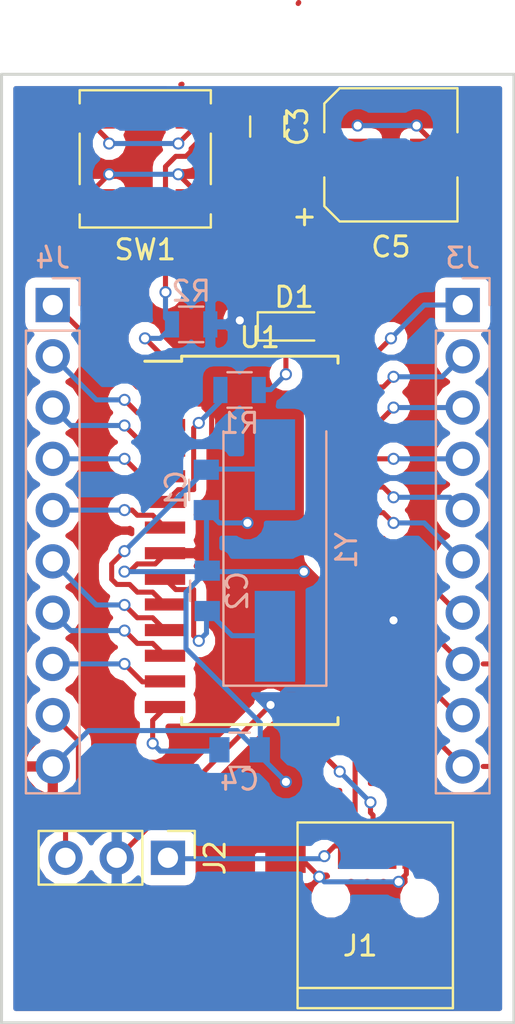
<source format=kicad_pcb>
(kicad_pcb (version 4) (host pcbnew 4.0.7)

  (general
    (links 51)
    (no_connects 0)
    (area 145.796 76.073 172.466 129.667)
    (thickness 1.6)
    (drawings 4)
    (tracks 371)
    (zones 0)
    (modules 15)
    (nets 31)
  )

  (page A4)
  (layers
    (0 F.Cu signal)
    (31 B.Cu signal)
    (32 B.Adhes user)
    (33 F.Adhes user)
    (34 B.Paste user)
    (35 F.Paste user)
    (36 B.SilkS user)
    (37 F.SilkS user)
    (38 B.Mask user)
    (39 F.Mask user)
    (40 Dwgs.User user)
    (41 Cmts.User user)
    (42 Eco1.User user)
    (43 Eco2.User user)
    (44 Edge.Cuts user)
    (45 Margin user)
    (46 B.CrtYd user)
    (47 F.CrtYd user)
    (48 B.Fab user)
    (49 F.Fab user)
  )

  (setup
    (last_trace_width 0.25)
    (trace_clearance 0.2)
    (zone_clearance 0.508)
    (zone_45_only yes)
    (trace_min 0.2)
    (segment_width 0.2)
    (edge_width 0.15)
    (via_size 0.6)
    (via_drill 0.4)
    (via_min_size 0.4)
    (via_min_drill 0.3)
    (uvia_size 0.3)
    (uvia_drill 0.1)
    (uvias_allowed no)
    (uvia_min_size 0.2)
    (uvia_min_drill 0.1)
    (pcb_text_width 0.3)
    (pcb_text_size 1.5 1.5)
    (mod_edge_width 0.15)
    (mod_text_size 1 1)
    (mod_text_width 0.15)
    (pad_size 1.524 1.524)
    (pad_drill 0.762)
    (pad_to_mask_clearance 0.2)
    (aux_axis_origin 0 0)
    (visible_elements FFFFFF7F)
    (pcbplotparams
      (layerselection 0x00030_80000001)
      (usegerberextensions false)
      (excludeedgelayer true)
      (linewidth 0.100000)
      (plotframeref false)
      (viasonmask false)
      (mode 1)
      (useauxorigin false)
      (hpglpennumber 1)
      (hpglpenspeed 20)
      (hpglpendiameter 15)
      (hpglpenoverlay 2)
      (psnegative false)
      (psa4output false)
      (plotreference true)
      (plotvalue true)
      (plotinvisibletext false)
      (padsonsilk false)
      (subtractmaskfromsilk false)
      (outputformat 1)
      (mirror false)
      (drillshape 1)
      (scaleselection 1)
      (outputdirectory ""))
  )

  (net 0 "")
  (net 1 "Net-(C1-Pad1)")
  (net 2 GND)
  (net 3 "Net-(C2-Pad1)")
  (net 4 5V)
  (net 5 "Net-(C4-Pad1)")
  (net 6 "Net-(D1-Pad1)")
  (net 7 D-)
  (net 8 VUSB)
  (net 9 D+)
  (net 10 "Net-(R1-Pad1)")
  (net 11 MCLR)
  (net 12 EXT_PWD)
  (net 13 B7)
  (net 14 B6)
  (net 15 B5)
  (net 16 B4)
  (net 17 B3)
  (net 18 B2)
  (net 19 B1)
  (net 20 B0)
  (net 21 C7)
  (net 22 C6)
  (net 23 A1)
  (net 24 A2)
  (net 25 A3)
  (net 26 A4)
  (net 27 A5)
  (net 28 C0)
  (net 29 C1)
  (net 30 C2)

  (net_class Default "Esta es la clase de red por defecto."
    (clearance 0.2)
    (trace_width 0.25)
    (via_dia 0.6)
    (via_drill 0.4)
    (uvia_dia 0.3)
    (uvia_drill 0.1)
    (add_net 5V)
    (add_net A1)
    (add_net A2)
    (add_net A3)
    (add_net A4)
    (add_net A5)
    (add_net B0)
    (add_net B1)
    (add_net B2)
    (add_net B3)
    (add_net B4)
    (add_net B5)
    (add_net B6)
    (add_net B7)
    (add_net C0)
    (add_net C1)
    (add_net C2)
    (add_net C6)
    (add_net C7)
    (add_net D+)
    (add_net D-)
    (add_net EXT_PWD)
    (add_net GND)
    (add_net MCLR)
    (add_net "Net-(C1-Pad1)")
    (add_net "Net-(C2-Pad1)")
    (add_net "Net-(C4-Pad1)")
    (add_net "Net-(D1-Pad1)")
    (add_net "Net-(R1-Pad1)")
    (add_net VUSB)
  )

  (module Capacitors_SMD:C_0805 (layer B.Cu) (tedit 58AA8463) (tstamp 5D7ECA23)
    (at 156.2 100.6 270)
    (descr "Capacitor SMD 0805, reflow soldering, AVX (see smccp.pdf)")
    (tags "capacitor 0805")
    (path /5D7E8B4C)
    (attr smd)
    (fp_text reference C1 (at 0 1.5 270) (layer B.SilkS)
      (effects (font (size 1 1) (thickness 0.15)) (justify mirror))
    )
    (fp_text value 22pF (at 0 -1.75 270) (layer B.Fab)
      (effects (font (size 1 1) (thickness 0.15)) (justify mirror))
    )
    (fp_text user %R (at 0 1.5 270) (layer B.Fab)
      (effects (font (size 1 1) (thickness 0.15)) (justify mirror))
    )
    (fp_line (start -1 -0.62) (end -1 0.62) (layer B.Fab) (width 0.1))
    (fp_line (start 1 -0.62) (end -1 -0.62) (layer B.Fab) (width 0.1))
    (fp_line (start 1 0.62) (end 1 -0.62) (layer B.Fab) (width 0.1))
    (fp_line (start -1 0.62) (end 1 0.62) (layer B.Fab) (width 0.1))
    (fp_line (start 0.5 0.85) (end -0.5 0.85) (layer B.SilkS) (width 0.12))
    (fp_line (start -0.5 -0.85) (end 0.5 -0.85) (layer B.SilkS) (width 0.12))
    (fp_line (start -1.75 0.88) (end 1.75 0.88) (layer B.CrtYd) (width 0.05))
    (fp_line (start -1.75 0.88) (end -1.75 -0.87) (layer B.CrtYd) (width 0.05))
    (fp_line (start 1.75 -0.87) (end 1.75 0.88) (layer B.CrtYd) (width 0.05))
    (fp_line (start 1.75 -0.87) (end -1.75 -0.87) (layer B.CrtYd) (width 0.05))
    (pad 1 smd rect (at -1 0 270) (size 1 1.25) (layers B.Cu B.Paste B.Mask)
      (net 1 "Net-(C1-Pad1)"))
    (pad 2 smd rect (at 1 0 270) (size 1 1.25) (layers B.Cu B.Paste B.Mask)
      (net 2 GND))
    (model Capacitors_SMD.3dshapes/C_0805.wrl
      (at (xyz 0 0 0))
      (scale (xyz 1 1 1))
      (rotate (xyz 0 0 0))
    )
  )

  (module Capacitors_SMD:C_0805 (layer B.Cu) (tedit 58AA8463) (tstamp 5D7ECA34)
    (at 156.25 105.6 90)
    (descr "Capacitor SMD 0805, reflow soldering, AVX (see smccp.pdf)")
    (tags "capacitor 0805")
    (path /5D7E8AE2)
    (attr smd)
    (fp_text reference C2 (at 0 1.5 90) (layer B.SilkS)
      (effects (font (size 1 1) (thickness 0.15)) (justify mirror))
    )
    (fp_text value 22pF (at 0 -1.75 90) (layer B.Fab)
      (effects (font (size 1 1) (thickness 0.15)) (justify mirror))
    )
    (fp_text user %R (at 0 1.5 90) (layer B.Fab)
      (effects (font (size 1 1) (thickness 0.15)) (justify mirror))
    )
    (fp_line (start -1 -0.62) (end -1 0.62) (layer B.Fab) (width 0.1))
    (fp_line (start 1 -0.62) (end -1 -0.62) (layer B.Fab) (width 0.1))
    (fp_line (start 1 0.62) (end 1 -0.62) (layer B.Fab) (width 0.1))
    (fp_line (start -1 0.62) (end 1 0.62) (layer B.Fab) (width 0.1))
    (fp_line (start 0.5 0.85) (end -0.5 0.85) (layer B.SilkS) (width 0.12))
    (fp_line (start -0.5 -0.85) (end 0.5 -0.85) (layer B.SilkS) (width 0.12))
    (fp_line (start -1.75 0.88) (end 1.75 0.88) (layer B.CrtYd) (width 0.05))
    (fp_line (start -1.75 0.88) (end -1.75 -0.87) (layer B.CrtYd) (width 0.05))
    (fp_line (start 1.75 -0.87) (end 1.75 0.88) (layer B.CrtYd) (width 0.05))
    (fp_line (start 1.75 -0.87) (end -1.75 -0.87) (layer B.CrtYd) (width 0.05))
    (pad 1 smd rect (at -1 0 90) (size 1 1.25) (layers B.Cu B.Paste B.Mask)
      (net 3 "Net-(C2-Pad1)"))
    (pad 2 smd rect (at 1 0 90) (size 1 1.25) (layers B.Cu B.Paste B.Mask)
      (net 2 GND))
    (model Capacitors_SMD.3dshapes/C_0805.wrl
      (at (xyz 0 0 0))
      (scale (xyz 1 1 1))
      (rotate (xyz 0 0 0))
    )
  )

  (module Capacitors_SMD:C_0805 (layer F.Cu) (tedit 58AA8463) (tstamp 5D7ECA45)
    (at 159.225 82.6 270)
    (descr "Capacitor SMD 0805, reflow soldering, AVX (see smccp.pdf)")
    (tags "capacitor 0805")
    (path /5D7E97BB)
    (attr smd)
    (fp_text reference C3 (at 0 -1.5 270) (layer F.SilkS)
      (effects (font (size 1 1) (thickness 0.15)))
    )
    (fp_text value 100nF (at 0 1.75 270) (layer F.Fab)
      (effects (font (size 1 1) (thickness 0.15)))
    )
    (fp_text user %R (at 0 -1.5 270) (layer F.Fab)
      (effects (font (size 1 1) (thickness 0.15)))
    )
    (fp_line (start -1 0.62) (end -1 -0.62) (layer F.Fab) (width 0.1))
    (fp_line (start 1 0.62) (end -1 0.62) (layer F.Fab) (width 0.1))
    (fp_line (start 1 -0.62) (end 1 0.62) (layer F.Fab) (width 0.1))
    (fp_line (start -1 -0.62) (end 1 -0.62) (layer F.Fab) (width 0.1))
    (fp_line (start 0.5 -0.85) (end -0.5 -0.85) (layer F.SilkS) (width 0.12))
    (fp_line (start -0.5 0.85) (end 0.5 0.85) (layer F.SilkS) (width 0.12))
    (fp_line (start -1.75 -0.88) (end 1.75 -0.88) (layer F.CrtYd) (width 0.05))
    (fp_line (start -1.75 -0.88) (end -1.75 0.87) (layer F.CrtYd) (width 0.05))
    (fp_line (start 1.75 0.87) (end 1.75 -0.88) (layer F.CrtYd) (width 0.05))
    (fp_line (start 1.75 0.87) (end -1.75 0.87) (layer F.CrtYd) (width 0.05))
    (pad 1 smd rect (at -1 0 270) (size 1 1.25) (layers F.Cu F.Paste F.Mask)
      (net 2 GND))
    (pad 2 smd rect (at 1 0 270) (size 1 1.25) (layers F.Cu F.Paste F.Mask)
      (net 4 5V))
    (model Capacitors_SMD.3dshapes/C_0805.wrl
      (at (xyz 0 0 0))
      (scale (xyz 1 1 1))
      (rotate (xyz 0 0 0))
    )
  )

  (module Capacitors_SMD:C_0805 (layer B.Cu) (tedit 58AA8463) (tstamp 5D7ECA56)
    (at 157.85 113.475)
    (descr "Capacitor SMD 0805, reflow soldering, AVX (see smccp.pdf)")
    (tags "capacitor 0805")
    (path /5D7E8D2A)
    (attr smd)
    (fp_text reference C4 (at 0 1.5) (layer B.SilkS)
      (effects (font (size 1 1) (thickness 0.15)) (justify mirror))
    )
    (fp_text value 220nF (at 0 -1.75) (layer B.Fab)
      (effects (font (size 1 1) (thickness 0.15)) (justify mirror))
    )
    (fp_text user %R (at 0 1.5) (layer B.Fab)
      (effects (font (size 1 1) (thickness 0.15)) (justify mirror))
    )
    (fp_line (start -1 -0.62) (end -1 0.62) (layer B.Fab) (width 0.1))
    (fp_line (start 1 -0.62) (end -1 -0.62) (layer B.Fab) (width 0.1))
    (fp_line (start 1 0.62) (end 1 -0.62) (layer B.Fab) (width 0.1))
    (fp_line (start -1 0.62) (end 1 0.62) (layer B.Fab) (width 0.1))
    (fp_line (start 0.5 0.85) (end -0.5 0.85) (layer B.SilkS) (width 0.12))
    (fp_line (start -0.5 -0.85) (end 0.5 -0.85) (layer B.SilkS) (width 0.12))
    (fp_line (start -1.75 0.88) (end 1.75 0.88) (layer B.CrtYd) (width 0.05))
    (fp_line (start -1.75 0.88) (end -1.75 -0.87) (layer B.CrtYd) (width 0.05))
    (fp_line (start 1.75 -0.87) (end 1.75 0.88) (layer B.CrtYd) (width 0.05))
    (fp_line (start 1.75 -0.87) (end -1.75 -0.87) (layer B.CrtYd) (width 0.05))
    (pad 1 smd rect (at -1 0) (size 1 1.25) (layers B.Cu B.Paste B.Mask)
      (net 5 "Net-(C4-Pad1)"))
    (pad 2 smd rect (at 1 0) (size 1 1.25) (layers B.Cu B.Paste B.Mask)
      (net 2 GND))
    (model Capacitors_SMD.3dshapes/C_0805.wrl
      (at (xyz 0 0 0))
      (scale (xyz 1 1 1))
      (rotate (xyz 0 0 0))
    )
  )

  (module Capacitors_SMD:CP_Elec_6.3x5.3 (layer F.Cu) (tedit 5D7F916D) (tstamp 5D7ECA72)
    (at 165.35 84)
    (descr "SMT capacitor, aluminium electrolytic, 6.3x5.3")
    (path /5D7E9A6A)
    (attr smd)
    (fp_text reference C5 (at 0 4.56) (layer F.SilkS)
      (effects (font (size 1 1) (thickness 0.15)))
    )
    (fp_text value CP (at -1.52 4.9) (layer F.Fab)
      (effects (font (size 1 1) (thickness 0.15)))
    )
    (fp_circle (center 0 0) (end 0.6 3) (layer F.Fab) (width 0.1))
    (fp_text user + (at -1.75 -0.08) (layer F.Fab)
      (effects (font (size 1 1) (thickness 0.15)))
    )
    (fp_text user + (at -4.28 3.01) (layer F.SilkS)
      (effects (font (size 1 1) (thickness 0.15)))
    )
    (fp_text user %R (at 0 4.56) (layer F.Fab)
      (effects (font (size 1 1) (thickness 0.15)))
    )
    (fp_line (start 3.15 3.15) (end 3.15 -3.15) (layer F.Fab) (width 0.1))
    (fp_line (start -2.48 3.15) (end 3.15 3.15) (layer F.Fab) (width 0.1))
    (fp_line (start -3.15 2.48) (end -2.48 3.15) (layer F.Fab) (width 0.1))
    (fp_line (start -3.15 -2.48) (end -3.15 2.48) (layer F.Fab) (width 0.1))
    (fp_line (start -2.48 -3.15) (end -3.15 -2.48) (layer F.Fab) (width 0.1))
    (fp_line (start 3.15 -3.15) (end -2.48 -3.15) (layer F.Fab) (width 0.1))
    (fp_line (start 3.3 3.3) (end 3.3 1.12) (layer F.SilkS) (width 0.12))
    (fp_line (start 3.3 -3.3) (end 3.3 -1.12) (layer F.SilkS) (width 0.12))
    (fp_line (start -3.3 2.54) (end -3.3 1.12) (layer F.SilkS) (width 0.12))
    (fp_line (start -3.3 -2.54) (end -3.3 -1.12) (layer F.SilkS) (width 0.12))
    (fp_line (start 3.3 3.3) (end -2.54 3.3) (layer F.SilkS) (width 0.12))
    (fp_line (start -2.54 3.3) (end -3.3 2.54) (layer F.SilkS) (width 0.12))
    (fp_line (start -3.3 -2.54) (end -2.54 -3.3) (layer F.SilkS) (width 0.12))
    (fp_line (start -2.54 -3.3) (end 3.3 -3.3) (layer F.SilkS) (width 0.12))
    (fp_line (start -4.7 -3.4) (end 4.7 -3.4) (layer F.CrtYd) (width 0.05))
    (fp_line (start -4.7 -3.4) (end -4.7 3.4) (layer F.CrtYd) (width 0.05))
    (fp_line (start 4.7 3.4) (end 4.7 -3.4) (layer F.CrtYd) (width 0.05))
    (fp_line (start 4.7 3.4) (end -4.7 3.4) (layer F.CrtYd) (width 0.05))
    (pad 1 smd rect (at -2.7 0 180) (size 3.5 1.6) (layers F.Cu F.Paste F.Mask)
      (net 4 5V))
    (pad 2 smd rect (at 2.7 0 180) (size 3.5 1.6) (layers F.Cu F.Paste F.Mask)
      (net 2 GND))
    (model Capacitors_SMD.3dshapes/CP_Elec_6.3x5.3.wrl
      (at (xyz 0 0 0))
      (scale (xyz 1 1 1))
      (rotate (xyz 0 0 180))
    )
  )

  (module LEDs:LED_0805 (layer F.Cu) (tedit 59959803) (tstamp 5D7ECA88)
    (at 160.55 92.5)
    (descr "LED 0805 smd package")
    (tags "LED led 0805 SMD smd SMT smt smdled SMDLED smtled SMTLED")
    (path /5D7E93CB)
    (attr smd)
    (fp_text reference D1 (at 0 -1.45) (layer F.SilkS)
      (effects (font (size 1 1) (thickness 0.15)))
    )
    (fp_text value LED (at 0 1.55) (layer F.Fab)
      (effects (font (size 1 1) (thickness 0.15)))
    )
    (fp_line (start -1.8 -0.7) (end -1.8 0.7) (layer F.SilkS) (width 0.12))
    (fp_line (start -0.4 -0.4) (end -0.4 0.4) (layer F.Fab) (width 0.1))
    (fp_line (start -0.4 0) (end 0.2 -0.4) (layer F.Fab) (width 0.1))
    (fp_line (start 0.2 0.4) (end -0.4 0) (layer F.Fab) (width 0.1))
    (fp_line (start 0.2 -0.4) (end 0.2 0.4) (layer F.Fab) (width 0.1))
    (fp_line (start 1 0.6) (end -1 0.6) (layer F.Fab) (width 0.1))
    (fp_line (start 1 -0.6) (end 1 0.6) (layer F.Fab) (width 0.1))
    (fp_line (start -1 -0.6) (end 1 -0.6) (layer F.Fab) (width 0.1))
    (fp_line (start -1 0.6) (end -1 -0.6) (layer F.Fab) (width 0.1))
    (fp_line (start -1.8 0.7) (end 1 0.7) (layer F.SilkS) (width 0.12))
    (fp_line (start -1.8 -0.7) (end 1 -0.7) (layer F.SilkS) (width 0.12))
    (fp_line (start 1.95 -0.85) (end 1.95 0.85) (layer F.CrtYd) (width 0.05))
    (fp_line (start 1.95 0.85) (end -1.95 0.85) (layer F.CrtYd) (width 0.05))
    (fp_line (start -1.95 0.85) (end -1.95 -0.85) (layer F.CrtYd) (width 0.05))
    (fp_line (start -1.95 -0.85) (end 1.95 -0.85) (layer F.CrtYd) (width 0.05))
    (fp_text user %R (at 0 -1.25) (layer F.Fab)
      (effects (font (size 0.4 0.4) (thickness 0.1)))
    )
    (pad 2 smd rect (at 1.1 0 180) (size 1.2 1.2) (layers F.Cu F.Paste F.Mask)
      (net 4 5V))
    (pad 1 smd rect (at -1.1 0 180) (size 1.2 1.2) (layers F.Cu F.Paste F.Mask)
      (net 6 "Net-(D1-Pad1)"))
    (model ${KISYS3DMOD}/LEDs.3dshapes/LED_0805.wrl
      (at (xyz 0 0 0))
      (scale (xyz 1 1 1))
      (rotate (xyz 0 0 180))
    )
  )

  (module Connectors:USB_Mini-B (layer F.Cu) (tedit 5D7F98F5) (tstamp 5D7ECAA0)
    (at 164.575 121.025 90)
    (descr "USB Mini-B 5-pin SMD connector")
    (tags "USB USB_B USB_Mini connector")
    (path /5D7EBD1C)
    (attr smd)
    (fp_text reference J1 (at -2.165 -0.745 180) (layer F.SilkS)
      (effects (font (size 1 1) (thickness 0.15)))
    )
    (fp_text value USB_OTG (at -0.65 -7.1 90) (layer F.Fab)
      (effects (font (size 1 1) (thickness 0.15)))
    )
    (fp_line (start -5.5 -5.7) (end 4.2 -5.7) (layer F.CrtYd) (width 0.05))
    (fp_line (start 4.2 -5.7) (end 4.2 5.7) (layer F.CrtYd) (width 0.05))
    (fp_line (start 4.2 5.7) (end -5.5 5.7) (layer F.CrtYd) (width 0.05))
    (fp_line (start -5.5 5.7) (end -5.5 -5.7) (layer F.CrtYd) (width 0.05))
    (fp_line (start -4.25 -3.85) (end -4.25 3.85) (layer F.SilkS) (width 0.12))
    (fp_line (start -5.25 -3.85) (end -5.25 3.85) (layer F.SilkS) (width 0.12))
    (fp_line (start -5.25 3.85) (end 3.95 3.85) (layer F.SilkS) (width 0.12))
    (fp_line (start 3.95 3.85) (end 3.95 -3.85) (layer F.SilkS) (width 0.12))
    (fp_line (start 3.95 -3.85) (end -5.25 -3.85) (layer F.SilkS) (width 0.12))
    (pad 1 smd rect (at 2.8 -1.6 90) (size 2.3 0.5) (layers F.Cu F.Paste F.Mask)
      (net 8 VUSB))
    (pad 2 smd rect (at 2.8 -0.8 90) (size 2.3 0.5) (layers F.Cu F.Paste F.Mask)
      (net 7 D-))
    (pad 3 smd rect (at 2.8 0 90) (size 2.3 0.5) (layers F.Cu F.Paste F.Mask)
      (net 9 D+))
    (pad 4 smd rect (at 2.8 0.8 90) (size 2.3 0.5) (layers F.Cu F.Paste F.Mask))
    (pad 5 smd rect (at 2.8 1.6 90) (size 2.3 0.5) (layers F.Cu F.Paste F.Mask)
      (net 2 GND))
    (pad 6 smd rect (at 2.7 -4.45 90) (size 2.5 2) (layers F.Cu F.Paste F.Mask)
      (net 2 GND))
    (pad 6 smd rect (at -2.8 -4.45 90) (size 2.5 2) (layers F.Cu F.Paste F.Mask)
      (net 2 GND))
    (pad 6 smd rect (at 2.7 4.45 90) (size 2.5 2) (layers F.Cu F.Paste F.Mask)
      (net 2 GND))
    (pad 6 smd rect (at -2.8 4.45 90) (size 2.5 2) (layers F.Cu F.Paste F.Mask)
      (net 2 GND))
    (pad "" np_thru_hole circle (at 0.2 -2.2 90) (size 0.9 0.9) (drill 0.9) (layers *.Cu *.Mask))
    (pad "" np_thru_hole circle (at 0.2 2.2 90) (size 0.9 0.9) (drill 0.9) (layers *.Cu *.Mask))
  )

  (module Resistors_SMD:R_0805 (layer B.Cu) (tedit 58E0A804) (tstamp 5D7ECAC8)
    (at 157.85 95.65)
    (descr "Resistor SMD 0805, reflow soldering, Vishay (see dcrcw.pdf)")
    (tags "resistor 0805")
    (path /5D7E9297)
    (attr smd)
    (fp_text reference R1 (at 0 1.65) (layer B.SilkS)
      (effects (font (size 1 1) (thickness 0.15)) (justify mirror))
    )
    (fp_text value 10K (at 0 -1.75) (layer B.Fab)
      (effects (font (size 1 1) (thickness 0.15)) (justify mirror))
    )
    (fp_text user %R (at 0 0) (layer B.Fab)
      (effects (font (size 0.5 0.5) (thickness 0.075)) (justify mirror))
    )
    (fp_line (start -1 -0.62) (end -1 0.62) (layer B.Fab) (width 0.1))
    (fp_line (start 1 -0.62) (end -1 -0.62) (layer B.Fab) (width 0.1))
    (fp_line (start 1 0.62) (end 1 -0.62) (layer B.Fab) (width 0.1))
    (fp_line (start -1 0.62) (end 1 0.62) (layer B.Fab) (width 0.1))
    (fp_line (start 0.6 -0.88) (end -0.6 -0.88) (layer B.SilkS) (width 0.12))
    (fp_line (start -0.6 0.88) (end 0.6 0.88) (layer B.SilkS) (width 0.12))
    (fp_line (start -1.55 0.9) (end 1.55 0.9) (layer B.CrtYd) (width 0.05))
    (fp_line (start -1.55 0.9) (end -1.55 -0.9) (layer B.CrtYd) (width 0.05))
    (fp_line (start 1.55 -0.9) (end 1.55 0.9) (layer B.CrtYd) (width 0.05))
    (fp_line (start 1.55 -0.9) (end -1.55 -0.9) (layer B.CrtYd) (width 0.05))
    (pad 1 smd rect (at -0.95 0) (size 0.7 1.3) (layers B.Cu B.Paste B.Mask)
      (net 10 "Net-(R1-Pad1)"))
    (pad 2 smd rect (at 0.95 0) (size 0.7 1.3) (layers B.Cu B.Paste B.Mask)
      (net 6 "Net-(D1-Pad1)"))
    (model ${KISYS3DMOD}/Resistors_SMD.3dshapes/R_0805.wrl
      (at (xyz 0 0 0))
      (scale (xyz 1 1 1))
      (rotate (xyz 0 0 0))
    )
  )

  (module Resistors_SMD:R_0805 (layer B.Cu) (tedit 58E0A804) (tstamp 5D7ECAD9)
    (at 155.45 92.4 180)
    (descr "Resistor SMD 0805, reflow soldering, Vishay (see dcrcw.pdf)")
    (tags "resistor 0805")
    (path /5D7E9099)
    (attr smd)
    (fp_text reference R2 (at 0 1.65 180) (layer B.SilkS)
      (effects (font (size 1 1) (thickness 0.15)) (justify mirror))
    )
    (fp_text value R (at 0 -1.75 180) (layer B.Fab)
      (effects (font (size 1 1) (thickness 0.15)) (justify mirror))
    )
    (fp_text user %R (at 0 0 180) (layer B.Fab)
      (effects (font (size 0.5 0.5) (thickness 0.075)) (justify mirror))
    )
    (fp_line (start -1 -0.62) (end -1 0.62) (layer B.Fab) (width 0.1))
    (fp_line (start 1 -0.62) (end -1 -0.62) (layer B.Fab) (width 0.1))
    (fp_line (start 1 0.62) (end 1 -0.62) (layer B.Fab) (width 0.1))
    (fp_line (start -1 0.62) (end 1 0.62) (layer B.Fab) (width 0.1))
    (fp_line (start 0.6 -0.88) (end -0.6 -0.88) (layer B.SilkS) (width 0.12))
    (fp_line (start -0.6 0.88) (end 0.6 0.88) (layer B.SilkS) (width 0.12))
    (fp_line (start -1.55 0.9) (end 1.55 0.9) (layer B.CrtYd) (width 0.05))
    (fp_line (start -1.55 0.9) (end -1.55 -0.9) (layer B.CrtYd) (width 0.05))
    (fp_line (start 1.55 -0.9) (end 1.55 0.9) (layer B.CrtYd) (width 0.05))
    (fp_line (start 1.55 -0.9) (end -1.55 -0.9) (layer B.CrtYd) (width 0.05))
    (pad 1 smd rect (at -0.95 0 180) (size 0.7 1.3) (layers B.Cu B.Paste B.Mask)
      (net 4 5V))
    (pad 2 smd rect (at 0.95 0 180) (size 0.7 1.3) (layers B.Cu B.Paste B.Mask)
      (net 11 MCLR))
    (model ${KISYS3DMOD}/Resistors_SMD.3dshapes/R_0805.wrl
      (at (xyz 0 0 0))
      (scale (xyz 1 1 1))
      (rotate (xyz 0 0 0))
    )
  )

  (module Buttons_Switches_SMD:SW_SPST_B3SL-1022P (layer F.Cu) (tedit 5D7F916A) (tstamp 5D7ECAF3)
    (at 153.175 84.2 180)
    (descr "Middle Stroke Tactile Switch, B3SL")
    (tags "Middle Stroke Tactile Switch")
    (path /5D7E8EC3)
    (attr smd)
    (fp_text reference SW1 (at 0 -4.5 180) (layer F.SilkS)
      (effects (font (size 1 1) (thickness 0.15)))
    )
    (fp_text value SW_Push (at -5.575 -4.7 180) (layer F.Fab)
      (effects (font (size 1 1) (thickness 0.15)))
    )
    (fp_text user %R (at 5.275 -1.65 270) (layer F.Fab)
      (effects (font (size 1 1) (thickness 0.15)))
    )
    (fp_line (start -4.5 3.65) (end 4.5 3.65) (layer F.CrtYd) (width 0.05))
    (fp_line (start 4.5 3.65) (end 4.5 -3.65) (layer F.CrtYd) (width 0.05))
    (fp_line (start 4.5 -3.65) (end -4.5 -3.65) (layer F.CrtYd) (width 0.05))
    (fp_line (start -4.5 -3.65) (end -4.5 3.65) (layer F.CrtYd) (width 0.05))
    (fp_line (start 3.25 2.75) (end 3.25 3.4) (layer F.SilkS) (width 0.12))
    (fp_line (start 3.25 3.4) (end -3.25 3.4) (layer F.SilkS) (width 0.12))
    (fp_line (start -3.25 3.4) (end -3.25 2.75) (layer F.SilkS) (width 0.12))
    (fp_line (start 3.25 -2.75) (end 3.25 -3.4) (layer F.SilkS) (width 0.12))
    (fp_line (start 3.25 -3.4) (end -3.25 -3.4) (layer F.SilkS) (width 0.12))
    (fp_line (start -3.25 -3.4) (end -3.25 -2.75) (layer F.SilkS) (width 0.12))
    (fp_line (start 3.25 -1.25) (end 3.25 1.25) (layer F.SilkS) (width 0.12))
    (fp_line (start -3.25 -1.25) (end -3.25 1.25) (layer F.SilkS) (width 0.12))
    (fp_line (start -3.1 -3.25) (end 3.1 -3.25) (layer F.Fab) (width 0.1))
    (fp_line (start 3.1 -3.25) (end 3.1 3.25) (layer F.Fab) (width 0.1))
    (fp_line (start 3.1 3.25) (end -3.1 3.25) (layer F.Fab) (width 0.1))
    (fp_line (start -3.1 3.25) (end -3.1 -3.25) (layer F.Fab) (width 0.1))
    (fp_circle (center 0 0) (end 1.25 0) (layer F.Fab) (width 0.1))
    (pad 1 smd rect (at -2.88 -2 180) (size 2.75 1) (layers F.Cu F.Paste F.Mask)
      (net 2 GND))
    (pad 1 smd rect (at 2.88 -2 180) (size 2.75 1) (layers F.Cu F.Paste F.Mask)
      (net 2 GND))
    (pad 2 smd rect (at 2.88 2 180) (size 2.75 1) (layers F.Cu F.Paste F.Mask)
      (net 11 MCLR))
    (pad 2 smd rect (at -2.88 2 180) (size 2.75 1) (layers F.Cu F.Paste F.Mask)
      (net 11 MCLR))
    (model ${KISYS3DMOD}/Buttons_Switches_SMD.3dshapes/SW_SPST_B3SL-1022P.wrl
      (at (xyz 0 0 0))
      (scale (xyz 1 1 1))
      (rotate (xyz 0 0 0))
    )
  )

  (module Housings_SOIC:SOIC-28W_7.5x17.9mm_Pitch1.27mm (layer F.Cu) (tedit 58CC8F64) (tstamp 5D7ECB24)
    (at 158.853952 103.1)
    (descr "28-Lead Plastic Small Outline (SO) - Wide, 7.50 mm Body [SOIC] (see Microchip Packaging Specification 00000049BS.pdf)")
    (tags "SOIC 1.27")
    (path /5D7E804D)
    (attr smd)
    (fp_text reference U1 (at 0 -10.05) (layer F.SilkS)
      (effects (font (size 1 1) (thickness 0.15)))
    )
    (fp_text value PIC18F2550-ISO (at 0 10.05) (layer F.Fab)
      (effects (font (size 1 1) (thickness 0.15)))
    )
    (fp_text user %R (at 0 0) (layer F.Fab)
      (effects (font (size 1 1) (thickness 0.15)))
    )
    (fp_line (start -2.75 -8.95) (end 3.75 -8.95) (layer F.Fab) (width 0.15))
    (fp_line (start 3.75 -8.95) (end 3.75 8.95) (layer F.Fab) (width 0.15))
    (fp_line (start 3.75 8.95) (end -3.75 8.95) (layer F.Fab) (width 0.15))
    (fp_line (start -3.75 8.95) (end -3.75 -7.95) (layer F.Fab) (width 0.15))
    (fp_line (start -3.75 -7.95) (end -2.75 -8.95) (layer F.Fab) (width 0.15))
    (fp_line (start -5.95 -9.3) (end -5.95 9.3) (layer F.CrtYd) (width 0.05))
    (fp_line (start 5.95 -9.3) (end 5.95 9.3) (layer F.CrtYd) (width 0.05))
    (fp_line (start -5.95 -9.3) (end 5.95 -9.3) (layer F.CrtYd) (width 0.05))
    (fp_line (start -5.95 9.3) (end 5.95 9.3) (layer F.CrtYd) (width 0.05))
    (fp_line (start -3.875 -9.125) (end -3.875 -8.875) (layer F.SilkS) (width 0.15))
    (fp_line (start 3.875 -9.125) (end 3.875 -8.78) (layer F.SilkS) (width 0.15))
    (fp_line (start 3.875 9.125) (end 3.875 8.78) (layer F.SilkS) (width 0.15))
    (fp_line (start -3.875 9.125) (end -3.875 8.78) (layer F.SilkS) (width 0.15))
    (fp_line (start -3.875 -9.125) (end 3.875 -9.125) (layer F.SilkS) (width 0.15))
    (fp_line (start -3.875 9.125) (end 3.875 9.125) (layer F.SilkS) (width 0.15))
    (fp_line (start -3.875 -8.875) (end -5.7 -8.875) (layer F.SilkS) (width 0.15))
    (pad 1 smd rect (at -4.7 -8.255) (size 2 0.6) (layers F.Cu F.Paste F.Mask)
      (net 11 MCLR))
    (pad 2 smd rect (at -4.7 -6.985) (size 2 0.6) (layers F.Cu F.Paste F.Mask)
      (net 23 A1))
    (pad 3 smd rect (at -4.7 -5.715) (size 2 0.6) (layers F.Cu F.Paste F.Mask)
      (net 24 A2))
    (pad 4 smd rect (at -4.7 -4.445) (size 2 0.6) (layers F.Cu F.Paste F.Mask)
      (net 25 A3))
    (pad 5 smd rect (at -4.7 -3.175) (size 2 0.6) (layers F.Cu F.Paste F.Mask)
      (net 26 A4))
    (pad 6 smd rect (at -4.7 -1.905) (size 2 0.6) (layers F.Cu F.Paste F.Mask)
      (net 10 "Net-(R1-Pad1)"))
    (pad 7 smd rect (at -4.7 -0.635) (size 2 0.6) (layers F.Cu F.Paste F.Mask)
      (net 27 A5))
    (pad 8 smd rect (at -4.7 0.635) (size 2 0.6) (layers F.Cu F.Paste F.Mask)
      (net 2 GND))
    (pad 9 smd rect (at -4.7 1.905) (size 2 0.6) (layers F.Cu F.Paste F.Mask)
      (net 3 "Net-(C2-Pad1)"))
    (pad 10 smd rect (at -4.7 3.175) (size 2 0.6) (layers F.Cu F.Paste F.Mask)
      (net 1 "Net-(C1-Pad1)"))
    (pad 11 smd rect (at -4.7 4.445) (size 2 0.6) (layers F.Cu F.Paste F.Mask)
      (net 28 C0))
    (pad 12 smd rect (at -4.7 5.715) (size 2 0.6) (layers F.Cu F.Paste F.Mask)
      (net 29 C1))
    (pad 13 smd rect (at -4.7 6.985) (size 2 0.6) (layers F.Cu F.Paste F.Mask)
      (net 30 C2))
    (pad 14 smd rect (at -4.7 8.255) (size 2 0.6) (layers F.Cu F.Paste F.Mask)
      (net 5 "Net-(C4-Pad1)"))
    (pad 15 smd rect (at 4.7 8.255) (size 2 0.6) (layers F.Cu F.Paste F.Mask)
      (net 7 D-))
    (pad 16 smd rect (at 4.7 6.985) (size 2 0.6) (layers F.Cu F.Paste F.Mask)
      (net 9 D+))
    (pad 17 smd rect (at 4.7 5.715) (size 2 0.6) (layers F.Cu F.Paste F.Mask)
      (net 22 C6))
    (pad 18 smd rect (at 4.7 4.445) (size 2 0.6) (layers F.Cu F.Paste F.Mask)
      (net 21 C7))
    (pad 19 smd rect (at 4.7 3.175) (size 2 0.6) (layers F.Cu F.Paste F.Mask)
      (net 2 GND))
    (pad 20 smd rect (at 4.7 1.905) (size 2 0.6) (layers F.Cu F.Paste F.Mask)
      (net 4 5V))
    (pad 21 smd rect (at 4.7 0.635) (size 2 0.6) (layers F.Cu F.Paste F.Mask)
      (net 20 B0))
    (pad 22 smd rect (at 4.7 -0.635) (size 2 0.6) (layers F.Cu F.Paste F.Mask)
      (net 19 B1))
    (pad 23 smd rect (at 4.7 -1.905) (size 2 0.6) (layers F.Cu F.Paste F.Mask)
      (net 18 B2))
    (pad 24 smd rect (at 4.7 -3.175) (size 2 0.6) (layers F.Cu F.Paste F.Mask)
      (net 17 B3))
    (pad 25 smd rect (at 4.7 -4.445) (size 2 0.6) (layers F.Cu F.Paste F.Mask)
      (net 16 B4))
    (pad 26 smd rect (at 4.7 -5.715) (size 2 0.6) (layers F.Cu F.Paste F.Mask)
      (net 15 B5))
    (pad 27 smd rect (at 4.7 -6.985) (size 2 0.6) (layers F.Cu F.Paste F.Mask)
      (net 14 B6))
    (pad 28 smd rect (at 4.7 -8.255) (size 2 0.6) (layers F.Cu F.Paste F.Mask)
      (net 13 B7))
    (model ${KISYS3DMOD}/Housings_SOIC.3dshapes/SOIC-28W_7.5x17.9mm_Pitch1.27mm.wrl
      (at (xyz 0 0 0))
      (scale (xyz 1 1 1))
      (rotate (xyz 0 0 0))
    )
  )

  (module Crystals:Crystal_SMD_HC49-SD (layer B.Cu) (tedit 58CD2E9D) (tstamp 5D7ECB3A)
    (at 159.6 103.6 90)
    (descr "SMD Crystal HC-49-SD http://cdn-reichelt.de/documents/datenblatt/B400/xxx-HC49-SMD.pdf, 11.4x4.7mm^2 package")
    (tags "SMD SMT crystal")
    (path /5D7E8970)
    (attr smd)
    (fp_text reference Y1 (at 0 3.55 90) (layer B.SilkS)
      (effects (font (size 1 1) (thickness 0.15)) (justify mirror))
    )
    (fp_text value Crystal (at 0 -3.55 90) (layer B.Fab)
      (effects (font (size 1 1) (thickness 0.15)) (justify mirror))
    )
    (fp_text user %R (at 0 0 90) (layer B.Fab)
      (effects (font (size 1 1) (thickness 0.15)) (justify mirror))
    )
    (fp_line (start -5.7 2.35) (end -5.7 -2.35) (layer B.Fab) (width 0.1))
    (fp_line (start -5.7 -2.35) (end 5.7 -2.35) (layer B.Fab) (width 0.1))
    (fp_line (start 5.7 -2.35) (end 5.7 2.35) (layer B.Fab) (width 0.1))
    (fp_line (start 5.7 2.35) (end -5.7 2.35) (layer B.Fab) (width 0.1))
    (fp_line (start -3.015 2.115) (end 3.015 2.115) (layer B.Fab) (width 0.1))
    (fp_line (start -3.015 -2.115) (end 3.015 -2.115) (layer B.Fab) (width 0.1))
    (fp_line (start 5.9 2.55) (end -6.7 2.55) (layer B.SilkS) (width 0.12))
    (fp_line (start -6.7 2.55) (end -6.7 -2.55) (layer B.SilkS) (width 0.12))
    (fp_line (start -6.7 -2.55) (end 5.9 -2.55) (layer B.SilkS) (width 0.12))
    (fp_line (start -6.8 2.6) (end -6.8 -2.6) (layer B.CrtYd) (width 0.05))
    (fp_line (start -6.8 -2.6) (end 6.8 -2.6) (layer B.CrtYd) (width 0.05))
    (fp_line (start 6.8 -2.6) (end 6.8 2.6) (layer B.CrtYd) (width 0.05))
    (fp_line (start 6.8 2.6) (end -6.8 2.6) (layer B.CrtYd) (width 0.05))
    (fp_arc (start -3.015 0) (end -3.015 2.115) (angle 180) (layer B.Fab) (width 0.1))
    (fp_arc (start 3.015 0) (end 3.015 2.115) (angle -180) (layer B.Fab) (width 0.1))
    (pad 1 smd rect (at -4.25 0 90) (size 4.5 2) (layers B.Cu B.Paste B.Mask)
      (net 3 "Net-(C2-Pad1)"))
    (pad 2 smd rect (at 4.25 0 90) (size 4.5 2) (layers B.Cu B.Paste B.Mask)
      (net 1 "Net-(C1-Pad1)"))
    (model ${KISYS3DMOD}/Crystals.3dshapes/Crystal_SMD_HC49-SD.wrl
      (at (xyz 0 0 0))
      (scale (xyz 1 1 1))
      (rotate (xyz 0 0 0))
    )
  )

  (module Pin_Headers:Pin_Header_Straight_1x03_Pitch2.54mm (layer F.Cu) (tedit 5D7F9900) (tstamp 5D7EE822)
    (at 154.3 118.825 270)
    (descr "Through hole straight pin header, 1x03, 2.54mm pitch, single row")
    (tags "Through hole pin header THT 1x03 2.54mm single row")
    (path /5D7E87CF)
    (fp_text reference J2 (at 0 -2.33 270) (layer F.SilkS)
      (effects (font (size 1 1) (thickness 0.15)))
    )
    (fp_text value Conn_01x03 (at 1.825 3.17 360) (layer F.Fab)
      (effects (font (size 1 1) (thickness 0.15)))
    )
    (fp_line (start -0.635 -1.27) (end 1.27 -1.27) (layer F.Fab) (width 0.1))
    (fp_line (start 1.27 -1.27) (end 1.27 6.35) (layer F.Fab) (width 0.1))
    (fp_line (start 1.27 6.35) (end -1.27 6.35) (layer F.Fab) (width 0.1))
    (fp_line (start -1.27 6.35) (end -1.27 -0.635) (layer F.Fab) (width 0.1))
    (fp_line (start -1.27 -0.635) (end -0.635 -1.27) (layer F.Fab) (width 0.1))
    (fp_line (start -1.33 6.41) (end 1.33 6.41) (layer F.SilkS) (width 0.12))
    (fp_line (start -1.33 1.27) (end -1.33 6.41) (layer F.SilkS) (width 0.12))
    (fp_line (start 1.33 1.27) (end 1.33 6.41) (layer F.SilkS) (width 0.12))
    (fp_line (start -1.33 1.27) (end 1.33 1.27) (layer F.SilkS) (width 0.12))
    (fp_line (start -1.33 0) (end -1.33 -1.33) (layer F.SilkS) (width 0.12))
    (fp_line (start -1.33 -1.33) (end 0 -1.33) (layer F.SilkS) (width 0.12))
    (fp_line (start -1.8 -1.8) (end -1.8 6.85) (layer F.CrtYd) (width 0.05))
    (fp_line (start -1.8 6.85) (end 1.8 6.85) (layer F.CrtYd) (width 0.05))
    (fp_line (start 1.8 6.85) (end 1.8 -1.8) (layer F.CrtYd) (width 0.05))
    (fp_line (start 1.8 -1.8) (end -1.8 -1.8) (layer F.CrtYd) (width 0.05))
    (fp_text user %R (at 0 2.54 360) (layer F.Fab)
      (effects (font (size 1 1) (thickness 0.15)))
    )
    (pad 1 thru_hole rect (at 0 0 270) (size 1.7 1.7) (drill 1) (layers *.Cu *.Mask)
      (net 8 VUSB))
    (pad 2 thru_hole oval (at 0 2.54 270) (size 1.7 1.7) (drill 1) (layers *.Cu *.Mask)
      (net 4 5V))
    (pad 3 thru_hole oval (at 0 5.08 270) (size 1.7 1.7) (drill 1) (layers *.Cu *.Mask)
      (net 12 EXT_PWD))
    (model ${KISYS3DMOD}/Pin_Headers.3dshapes/Pin_Header_Straight_1x03_Pitch2.54mm.wrl
      (at (xyz 0 0 0))
      (scale (xyz 1 1 1))
      (rotate (xyz 0 0 0))
    )
  )

  (module Pin_Headers:Pin_Header_Straight_1x10_Pitch2.54mm (layer B.Cu) (tedit 5D7F8EAE) (tstamp 5D7EE835)
    (at 168.91 91.44 180)
    (descr "Through hole straight pin header, 1x10, 2.54mm pitch, single row")
    (tags "Through hole pin header THT 1x10 2.54mm single row")
    (path /5D7EFA3D)
    (fp_text reference J3 (at 0 2.33 180) (layer B.SilkS)
      (effects (font (size 1 1) (thickness 0.15)) (justify mirror))
    )
    (fp_text value Conn_01x10_Male (at 3.18 -16.76 270) (layer B.Fab)
      (effects (font (size 1 1) (thickness 0.15)) (justify mirror))
    )
    (fp_line (start -0.635 1.27) (end 1.27 1.27) (layer B.Fab) (width 0.1))
    (fp_line (start 1.27 1.27) (end 1.27 -24.13) (layer B.Fab) (width 0.1))
    (fp_line (start 1.27 -24.13) (end -1.27 -24.13) (layer B.Fab) (width 0.1))
    (fp_line (start -1.27 -24.13) (end -1.27 0.635) (layer B.Fab) (width 0.1))
    (fp_line (start -1.27 0.635) (end -0.635 1.27) (layer B.Fab) (width 0.1))
    (fp_line (start -1.33 -24.19) (end 1.33 -24.19) (layer B.SilkS) (width 0.12))
    (fp_line (start -1.33 -1.27) (end -1.33 -24.19) (layer B.SilkS) (width 0.12))
    (fp_line (start 1.33 -1.27) (end 1.33 -24.19) (layer B.SilkS) (width 0.12))
    (fp_line (start -1.33 -1.27) (end 1.33 -1.27) (layer B.SilkS) (width 0.12))
    (fp_line (start -1.33 0) (end -1.33 1.33) (layer B.SilkS) (width 0.12))
    (fp_line (start -1.33 1.33) (end 0 1.33) (layer B.SilkS) (width 0.12))
    (fp_line (start -1.8 1.8) (end -1.8 -24.65) (layer B.CrtYd) (width 0.05))
    (fp_line (start -1.8 -24.65) (end 1.8 -24.65) (layer B.CrtYd) (width 0.05))
    (fp_line (start 1.8 -24.65) (end 1.8 1.8) (layer B.CrtYd) (width 0.05))
    (fp_line (start 1.8 1.8) (end -1.8 1.8) (layer B.CrtYd) (width 0.05))
    (fp_text user %R (at 0 -11.43 450) (layer B.Fab)
      (effects (font (size 1 1) (thickness 0.15)) (justify mirror))
    )
    (pad 1 thru_hole rect (at 0 0 180) (size 1.7 1.7) (drill 1) (layers *.Cu *.Mask)
      (net 13 B7))
    (pad 2 thru_hole oval (at 0 -2.54 180) (size 1.7 1.7) (drill 1) (layers *.Cu *.Mask)
      (net 14 B6))
    (pad 3 thru_hole oval (at 0 -5.08 180) (size 1.7 1.7) (drill 1) (layers *.Cu *.Mask)
      (net 15 B5))
    (pad 4 thru_hole oval (at 0 -7.62 180) (size 1.7 1.7) (drill 1) (layers *.Cu *.Mask)
      (net 16 B4))
    (pad 5 thru_hole oval (at 0 -10.16 180) (size 1.7 1.7) (drill 1) (layers *.Cu *.Mask)
      (net 17 B3))
    (pad 6 thru_hole oval (at 0 -12.7 180) (size 1.7 1.7) (drill 1) (layers *.Cu *.Mask)
      (net 18 B2))
    (pad 7 thru_hole oval (at 0 -15.24 180) (size 1.7 1.7) (drill 1) (layers *.Cu *.Mask)
      (net 19 B1))
    (pad 8 thru_hole oval (at 0 -17.78 180) (size 1.7 1.7) (drill 1) (layers *.Cu *.Mask)
      (net 20 B0))
    (pad 9 thru_hole oval (at 0 -20.32 180) (size 1.7 1.7) (drill 1) (layers *.Cu *.Mask)
      (net 21 C7))
    (pad 10 thru_hole oval (at 0 -22.86 180) (size 1.7 1.7) (drill 1) (layers *.Cu *.Mask)
      (net 22 C6))
    (model ${KISYS3DMOD}/Pin_Headers.3dshapes/Pin_Header_Straight_1x10_Pitch2.54mm.wrl
      (at (xyz 0 0 0))
      (scale (xyz 1 1 1))
      (rotate (xyz 0 0 0))
    )
  )

  (module Pin_Headers:Pin_Header_Straight_1x10_Pitch2.54mm (layer B.Cu) (tedit 5D7F8EB3) (tstamp 5D7EE843)
    (at 148.59 91.44 180)
    (descr "Through hole straight pin header, 1x10, 2.54mm pitch, single row")
    (tags "Through hole pin header THT 1x10 2.54mm single row")
    (path /5D7EF9EA)
    (fp_text reference J4 (at 0 2.33 180) (layer B.SilkS)
      (effects (font (size 1 1) (thickness 0.15)) (justify mirror))
    )
    (fp_text value Conn_01x10_Male (at -2.98 -16.26 270) (layer B.Fab)
      (effects (font (size 1 1) (thickness 0.15)) (justify mirror))
    )
    (fp_line (start -0.635 1.27) (end 1.27 1.27) (layer B.Fab) (width 0.1))
    (fp_line (start 1.27 1.27) (end 1.27 -24.13) (layer B.Fab) (width 0.1))
    (fp_line (start 1.27 -24.13) (end -1.27 -24.13) (layer B.Fab) (width 0.1))
    (fp_line (start -1.27 -24.13) (end -1.27 0.635) (layer B.Fab) (width 0.1))
    (fp_line (start -1.27 0.635) (end -0.635 1.27) (layer B.Fab) (width 0.1))
    (fp_line (start -1.33 -24.19) (end 1.33 -24.19) (layer B.SilkS) (width 0.12))
    (fp_line (start -1.33 -1.27) (end -1.33 -24.19) (layer B.SilkS) (width 0.12))
    (fp_line (start 1.33 -1.27) (end 1.33 -24.19) (layer B.SilkS) (width 0.12))
    (fp_line (start -1.33 -1.27) (end 1.33 -1.27) (layer B.SilkS) (width 0.12))
    (fp_line (start -1.33 0) (end -1.33 1.33) (layer B.SilkS) (width 0.12))
    (fp_line (start -1.33 1.33) (end 0 1.33) (layer B.SilkS) (width 0.12))
    (fp_line (start -1.8 1.8) (end -1.8 -24.65) (layer B.CrtYd) (width 0.05))
    (fp_line (start -1.8 -24.65) (end 1.8 -24.65) (layer B.CrtYd) (width 0.05))
    (fp_line (start 1.8 -24.65) (end 1.8 1.8) (layer B.CrtYd) (width 0.05))
    (fp_line (start 1.8 1.8) (end -1.8 1.8) (layer B.CrtYd) (width 0.05))
    (fp_text user %R (at 0 -11.43 450) (layer B.Fab)
      (effects (font (size 1 1) (thickness 0.15)) (justify mirror))
    )
    (pad 1 thru_hole rect (at 0 0 180) (size 1.7 1.7) (drill 1) (layers *.Cu *.Mask)
      (net 23 A1))
    (pad 2 thru_hole oval (at 0 -2.54 180) (size 1.7 1.7) (drill 1) (layers *.Cu *.Mask)
      (net 24 A2))
    (pad 3 thru_hole oval (at 0 -5.08 180) (size 1.7 1.7) (drill 1) (layers *.Cu *.Mask)
      (net 25 A3))
    (pad 4 thru_hole oval (at 0 -7.62 180) (size 1.7 1.7) (drill 1) (layers *.Cu *.Mask)
      (net 26 A4))
    (pad 5 thru_hole oval (at 0 -10.16 180) (size 1.7 1.7) (drill 1) (layers *.Cu *.Mask)
      (net 27 A5))
    (pad 6 thru_hole oval (at 0 -12.7 180) (size 1.7 1.7) (drill 1) (layers *.Cu *.Mask)
      (net 28 C0))
    (pad 7 thru_hole oval (at 0 -15.24 180) (size 1.7 1.7) (drill 1) (layers *.Cu *.Mask)
      (net 29 C1))
    (pad 8 thru_hole oval (at 0 -17.78 180) (size 1.7 1.7) (drill 1) (layers *.Cu *.Mask)
      (net 30 C2))
    (pad 9 thru_hole oval (at 0 -20.32 180) (size 1.7 1.7) (drill 1) (layers *.Cu *.Mask)
      (net 12 EXT_PWD))
    (pad 10 thru_hole oval (at 0 -22.86 180) (size 1.7 1.7) (drill 1) (layers *.Cu *.Mask)
      (net 2 GND))
    (model ${KISYS3DMOD}/Pin_Headers.3dshapes/Pin_Header_Straight_1x10_Pitch2.54mm.wrl
      (at (xyz 0 0 0))
      (scale (xyz 1 1 1))
      (rotate (xyz 0 0 0))
    )
  )

  (gr_line (start 146.05 127) (end 146.05 80.01) (angle 90) (layer Edge.Cuts) (width 0.15))
  (gr_line (start 171.45 127) (end 146.05 127) (angle 90) (layer Edge.Cuts) (width 0.15))
  (gr_line (start 171.45 80.01) (end 171.45 127) (angle 90) (layer Edge.Cuts) (width 0.15))
  (gr_line (start 146.05 80.01) (end 171.45 80.01) (angle 90) (layer Edge.Cuts) (width 0.15))

  (segment (start 170.18 109.22) (end 169.926 109.22) (width 0.25) (layer F.Cu) (net 0) (status 80000))
  (segment (start 170.18 114.3) (end 169.926 114.3) (width 0.25) (layer F.Cu) (net 0) (status 80000))
  (segment (start 160.782 76.454) (end 160.755 76.5) (width 0.25) (layer F.Cu) (net 0) (tstamp 5D7F90AE) (status 80000))
  (segment (start 160.755 76.5) (end 160.782 76.454) (width 0.25) (layer F.Cu) (net 0) (status 80000))
  (segment (start 154.995 80.5) (end 154.94 80.518) (width 0.25) (layer F.Cu) (net 0) (status 80000))
  (segment (start 154.94 80.518) (end 154.995 80.5) (width 0.25) (layer F.Cu) (net 0) (tstamp 5D7F90A6) (status 80000))
  (segment (start 156.2 99.6) (end 156.21 99.568) (width 0.25) (layer B.Cu) (net 1) (status 80000))
  (segment (start 156.21 99.568) (end 152.146 103.632) (width 0.25) (layer B.Cu) (net 1) (status 80000))
  (via (at 152.146 103.632) (size 0.6) (layers F.Cu B.Cu) (net 1) (status 80000))
  (segment (start 152.146 103.632) (end 151.511 104.267) (width 0.25) (layer F.Cu) (net 1) (status 80000))
  (segment (start 151.511 104.267) (end 151.511 105.029) (width 0.25) (layer F.Cu) (net 1) (status 80000))
  (segment (start 151.511 105.029) (end 151.765 105.283) (width 0.25) (layer F.Cu) (net 1) (status 80000))
  (segment (start 151.765 105.283) (end 152.4 105.283) (width 0.25) (layer F.Cu) (net 1) (status 80000))
  (segment (start 152.4 105.283) (end 152.781 105.664) (width 0.25) (layer F.Cu) (net 1) (status 80000))
  (segment (start 152.781 105.664) (end 153.543 105.664) (width 0.25) (layer F.Cu) (net 1) (status 80000))
  (segment (start 153.543 105.664) (end 154.178 106.299) (width 0.25) (layer F.Cu) (net 1) (status 80000))
  (segment (start 154.178 106.299) (end 154.153952 106.275) (width 0.25) (layer F.Cu) (net 1) (tstamp 5D7F90B5) (status 80000))
  (segment (start 159.6 99.35) (end 159.639 99.314) (width 0.25) (layer B.Cu) (net 1) (status 80000))
  (segment (start 159.639 99.314) (end 159.385 99.568) (width 0.25) (layer B.Cu) (net 1) (status 80000))
  (segment (start 159.385 99.568) (end 156.21 99.568) (width 0.25) (layer B.Cu) (net 1) (status 80000))
  (segment (start 156.21 99.568) (end 156.2 99.6) (width 0.25) (layer B.Cu) (net 1) (tstamp 5D7F909F) (status 80000))
  (segment (start 158.85 113.475) (end 158.877 113.538) (width 0.25) (layer B.Cu) (net 2) (status 80000))
  (segment (start 158.877 113.538) (end 158.877 113.792) (width 0.25) (layer B.Cu) (net 2) (status 80000))
  (segment (start 158.877 113.792) (end 160.147 115.062) (width 0.25) (layer B.Cu) (net 2) (status 80000))
  (via (at 160.147 115.062) (size 0.6) (layers F.Cu B.Cu) (net 2) (status 80000))
  (segment (start 160.147 115.062) (end 160.147 118.364) (width 0.25) (layer F.Cu) (net 2) (status 80000))
  (segment (start 160.147 118.364) (end 160.125 118.325) (width 0.25) (layer F.Cu) (net 2) (tstamp 5D7F99A2) (status 80000))
  (segment (start 160.125 118.325) (end 160.147 118.364) (width 0.25) (layer F.Cu) (net 2) (status 80000))
  (segment (start 160.147 118.364) (end 160.401 118.364) (width 0.25) (layer F.Cu) (net 2) (status 80000))
  (segment (start 160.401 118.364) (end 161.798 119.761) (width 0.25) (layer F.Cu) (net 2) (status 80000))
  (via (at 161.798 119.761) (size 0.6) (layers F.Cu B.Cu) (net 2) (status 80000))
  (segment (start 161.798 119.761) (end 162.052 120.015) (width 0.25) (layer B.Cu) (net 2) (status 80000))
  (segment (start 162.052 120.015) (end 165.735 120.015) (width 0.25) (layer B.Cu) (net 2) (status 80000))
  (via (at 165.735 120.015) (size 0.6) (layers F.Cu B.Cu) (net 2) (status 80000))
  (segment (start 165.735 120.015) (end 166.116 119.634) (width 0.25) (layer F.Cu) (net 2) (status 80000))
  (segment (start 166.116 119.634) (end 166.116 118.237) (width 0.25) (layer F.Cu) (net 2) (status 80000))
  (segment (start 166.116 118.237) (end 166.175 118.225) (width 0.25) (layer F.Cu) (net 2) (tstamp 5D7F999F) (status 80000))
  (segment (start 169.025 118.325) (end 169.037 118.364) (width 0.25) (layer F.Cu) (net 2) (status 80000))
  (segment (start 169.037 118.364) (end 169.037 123.825) (width 0.25) (layer F.Cu) (net 2) (status 80000))
  (segment (start 169.037 123.825) (end 169.025 123.825) (width 0.25) (layer F.Cu) (net 2) (tstamp 5D7F999E) (status 80000))
  (segment (start 160.125 118.325) (end 160.147 118.364) (width 0.25) (layer F.Cu) (net 2) (status 80000))
  (segment (start 160.147 118.364) (end 160.147 123.825) (width 0.25) (layer F.Cu) (net 2) (status 80000))
  (segment (start 160.147 123.825) (end 160.125 123.825) (width 0.25) (layer F.Cu) (net 2) (tstamp 5D7F999D) (status 80000))
  (segment (start 166.175 118.225) (end 166.116 118.237) (width 0.25) (layer F.Cu) (net 2) (status 80000))
  (segment (start 166.116 118.237) (end 168.91 118.237) (width 0.25) (layer F.Cu) (net 2) (status 80000))
  (segment (start 168.91 118.237) (end 169.037 118.364) (width 0.25) (layer F.Cu) (net 2) (status 80000))
  (segment (start 169.037 118.364) (end 169.025 118.325) (width 0.25) (layer F.Cu) (net 2) (tstamp 5D7F999C) (status 80000))
  (segment (start 156.055 86.2) (end 156.083 86.233) (width 0.25) (layer F.Cu) (net 2) (status 80000))
  (segment (start 156.083 86.233) (end 158.242 84.074) (width 0.25) (layer F.Cu) (net 2) (status 80000))
  (segment (start 158.242 84.074) (end 158.242 82.677) (width 0.25) (layer F.Cu) (net 2) (status 80000))
  (segment (start 158.242 82.677) (end 159.258 81.661) (width 0.25) (layer F.Cu) (net 2) (status 80000))
  (segment (start 159.258 81.661) (end 159.225 81.6) (width 0.25) (layer F.Cu) (net 2) (tstamp 5D7F951D) (status 80000))
  (segment (start 159.225 81.6) (end 159.258 81.661) (width 0.25) (layer F.Cu) (net 2) (status 80000))
  (segment (start 159.258 81.661) (end 162.814 81.661) (width 0.25) (layer F.Cu) (net 2) (status 80000))
  (segment (start 162.814 81.661) (end 163.703 82.55) (width 0.25) (layer F.Cu) (net 2) (status 80000))
  (via (at 163.703 82.55) (size 0.6) (layers F.Cu B.Cu) (net 2) (status 80000))
  (segment (start 163.703 82.55) (end 166.624 82.55) (width 0.25) (layer B.Cu) (net 2) (status 80000))
  (via (at 166.624 82.55) (size 0.6) (layers F.Cu B.Cu) (net 2) (status 80000))
  (segment (start 166.624 82.55) (end 168.021 83.947) (width 0.25) (layer F.Cu) (net 2) (status 80000))
  (segment (start 168.021 83.947) (end 168.05 84) (width 0.25) (layer F.Cu) (net 2) (tstamp 5D7F951C) (status 80000))
  (segment (start 156.2 101.6) (end 156.21 101.6) (width 0.25) (layer B.Cu) (net 2) (status 80000))
  (segment (start 156.21 101.6) (end 156.845 102.235) (width 0.25) (layer B.Cu) (net 2) (status 80000))
  (segment (start 156.845 102.235) (end 158.242 102.235) (width 0.25) (layer B.Cu) (net 2) (status 80000))
  (via (at 158.242 102.235) (size 0.6) (layers F.Cu B.Cu) (net 2) (status 80000))
  (segment (start 158.242 102.235) (end 156.464 100.457) (width 0.25) (layer F.Cu) (net 2) (status 80000))
  (segment (start 156.464 100.457) (end 156.464 96.901) (width 0.25) (layer F.Cu) (net 2) (status 80000))
  (segment (start 156.464 96.901) (end 156.083 96.52) (width 0.25) (layer F.Cu) (net 2) (status 80000))
  (segment (start 156.083 96.52) (end 156.083 86.233) (width 0.25) (layer F.Cu) (net 2) (status 80000))
  (segment (start 156.083 86.233) (end 156.055 86.2) (width 0.25) (layer F.Cu) (net 2) (tstamp 5D7F951B) (status 80000))
  (segment (start 156.055 86.2) (end 156.083 86.233) (width 0.25) (layer F.Cu) (net 2) (status 80000))
  (segment (start 156.083 86.233) (end 154.813 84.963) (width 0.25) (layer F.Cu) (net 2) (status 80000))
  (via (at 154.813 84.963) (size 0.6) (layers F.Cu B.Cu) (net 2) (status 80000))
  (segment (start 154.813 84.963) (end 151.384 84.963) (width 0.25) (layer B.Cu) (net 2) (status 80000))
  (via (at 151.384 84.963) (size 0.6) (layers F.Cu B.Cu) (net 2) (status 80000))
  (segment (start 151.384 84.963) (end 150.241 86.106) (width 0.25) (layer F.Cu) (net 2) (status 80000))
  (segment (start 150.241 86.106) (end 150.241 86.233) (width 0.25) (layer F.Cu) (net 2) (status 80000))
  (segment (start 150.241 86.233) (end 150.295 86.2) (width 0.25) (layer F.Cu) (net 2) (tstamp 5D7F9517) (status 80000))
  (segment (start 148.59 114.3) (end 150.368 112.522) (width 0.25) (layer B.Cu) (net 2) (status 80000))
  (segment (start 150.368 112.522) (end 157.734 112.522) (width 0.25) (layer B.Cu) (net 2) (status 80000))
  (segment (start 157.734 112.522) (end 158.75 113.538) (width 0.25) (layer B.Cu) (net 2) (status 80000))
  (segment (start 158.75 113.538) (end 158.877 113.538) (width 0.25) (layer B.Cu) (net 2) (status 80000))
  (segment (start 158.877 113.538) (end 158.85 113.475) (width 0.25) (layer B.Cu) (net 2) (tstamp 5D7F934D) (status 80000))
  (segment (start 156.2 101.6) (end 156.21 101.6) (width 0.25) (layer B.Cu) (net 2) (status 80000))
  (segment (start 158.85 113.475) (end 158.877 113.538) (width 0.25) (layer B.Cu) (net 2) (status 80000))
  (segment (start 158.877 113.538) (end 158.877 112.141) (width 0.25) (layer B.Cu) (net 2) (status 80000))
  (segment (start 158.877 112.141) (end 155.194 108.458) (width 0.25) (layer B.Cu) (net 2) (status 80000))
  (segment (start 155.194 108.458) (end 155.194 105.664) (width 0.25) (layer B.Cu) (net 2) (status 80000))
  (segment (start 155.194 105.664) (end 156.21 104.648) (width 0.25) (layer B.Cu) (net 2) (status 80000))
  (segment (start 156.21 104.648) (end 156.25 104.6) (width 0.25) (layer B.Cu) (net 2) (tstamp 5D7F90BB) (status 80000))
  (segment (start 158.75 113.538) (end 158.877 113.538) (width 0.25) (layer B.Cu) (net 2) (status 80000))
  (segment (start 158.877 113.538) (end 158.85 113.475) (width 0.25) (layer B.Cu) (net 2) (tstamp 5D7F90B4) (status 80000))
  (segment (start 156.25 104.6) (end 156.21 104.648) (width 0.25) (layer B.Cu) (net 2) (status 80000))
  (segment (start 156.21 104.648) (end 161.036 104.648) (width 0.25) (layer B.Cu) (net 2) (status 80000))
  (via (at 161.036 104.648) (size 0.6) (layers F.Cu B.Cu) (net 2) (status 80000))
  (segment (start 161.036 104.648) (end 161.163 104.648) (width 0.25) (layer F.Cu) (net 2) (status 80000))
  (segment (start 161.163 104.648) (end 162.179 105.664) (width 0.25) (layer F.Cu) (net 2) (status 80000))
  (segment (start 162.179 105.664) (end 162.941 105.664) (width 0.25) (layer F.Cu) (net 2) (status 80000))
  (segment (start 162.941 105.664) (end 163.576 106.299) (width 0.25) (layer F.Cu) (net 2) (status 80000))
  (segment (start 163.576 106.299) (end 163.553952 106.275) (width 0.25) (layer F.Cu) (net 2) (tstamp 5D7F90B2) (status 80000))
  (segment (start 158.85 113.475) (end 158.877 113.538) (width 0.25) (layer B.Cu) (net 2) (status 80000))
  (segment (start 156.25 104.6) (end 156.21 104.648) (width 0.25) (layer B.Cu) (net 2) (status 80000))
  (segment (start 156.21 104.648) (end 152.146 104.648) (width 0.25) (layer B.Cu) (net 2) (status 80000))
  (via (at 152.146 104.648) (size 0.6) (layers F.Cu B.Cu) (net 2) (status 80000))
  (segment (start 152.146 104.648) (end 152.4 104.648) (width 0.25) (layer F.Cu) (net 2) (status 80000))
  (segment (start 152.4 104.648) (end 152.781 104.267) (width 0.25) (layer F.Cu) (net 2) (status 80000))
  (segment (start 152.781 104.267) (end 153.67 104.267) (width 0.25) (layer F.Cu) (net 2) (status 80000))
  (segment (start 153.67 104.267) (end 154.178 103.759) (width 0.25) (layer F.Cu) (net 2) (status 80000))
  (segment (start 154.178 103.759) (end 154.153952 103.735) (width 0.25) (layer F.Cu) (net 2) (tstamp 5D7F90A1) (status 80000))
  (segment (start 156.25 104.6) (end 156.21 104.648) (width 0.25) (layer B.Cu) (net 2) (status 80000))
  (segment (start 156.21 104.648) (end 156.21 101.6) (width 0.25) (layer B.Cu) (net 2) (status 80000))
  (segment (start 156.21 101.6) (end 156.2 101.6) (width 0.25) (layer B.Cu) (net 2) (tstamp 5D7F909B) (status 80000))
  (segment (start 156.25 106.6) (end 156.21 106.553) (width 0.25) (layer B.Cu) (net 3) (status 80000))
  (segment (start 156.21 106.553) (end 156.21 107.696) (width 0.25) (layer B.Cu) (net 3) (status 80000))
  (segment (start 156.21 107.696) (end 155.829 108.077) (width 0.25) (layer B.Cu) (net 3) (status 80000))
  (via (at 155.829 108.077) (size 0.6) (layers F.Cu B.Cu) (net 3) (status 80000))
  (segment (start 155.829 108.077) (end 155.575 107.823) (width 0.25) (layer F.Cu) (net 3) (status 80000))
  (segment (start 155.575 107.823) (end 155.575 105.537) (width 0.25) (layer F.Cu) (net 3) (status 80000))
  (segment (start 155.575 105.537) (end 154.686 105.537) (width 0.25) (layer F.Cu) (net 3) (status 80000))
  (segment (start 154.686 105.537) (end 154.178 105.029) (width 0.25) (layer F.Cu) (net 3) (status 80000))
  (segment (start 154.178 105.029) (end 154.153952 105.005) (width 0.25) (layer F.Cu) (net 3) (tstamp 5D7F90AA) (status 80000))
  (segment (start 156.25 106.6) (end 156.21 106.553) (width 0.25) (layer B.Cu) (net 3) (status 80000))
  (segment (start 156.21 106.553) (end 157.48 107.823) (width 0.25) (layer B.Cu) (net 3) (status 80000))
  (segment (start 157.48 107.823) (end 159.639 107.823) (width 0.25) (layer B.Cu) (net 3) (status 80000))
  (segment (start 159.639 107.823) (end 159.6 107.85) (width 0.25) (layer B.Cu) (net 3) (tstamp 5D7F90A9) (status 80000))
  (segment (start 151.76 118.825) (end 151.765 118.872) (width 0.25) (layer F.Cu) (net 4) (status 80000))
  (segment (start 151.765 118.872) (end 159.385 111.252) (width 0.25) (layer F.Cu) (net 4) (status 80000))
  (via (at 159.385 111.252) (size 0.6) (layers F.Cu B.Cu) (net 4) (status 80000))
  (segment (start 159.385 111.252) (end 160.147 110.49) (width 0.25) (layer B.Cu) (net 4) (status 80000))
  (segment (start 160.147 110.49) (end 161.036 110.49) (width 0.25) (layer B.Cu) (net 4) (status 80000))
  (segment (start 161.036 110.49) (end 164.465 107.061) (width 0.25) (layer B.Cu) (net 4) (status 80000))
  (segment (start 164.465 107.061) (end 165.481 107.061) (width 0.25) (layer B.Cu) (net 4) (status 80000))
  (via (at 165.481 107.061) (size 0.6) (layers F.Cu B.Cu) (net 4) (status 80000))
  (segment (start 165.481 107.061) (end 164.973 106.553) (width 0.25) (layer F.Cu) (net 4) (status 80000))
  (segment (start 164.973 106.553) (end 164.973 105.537) (width 0.25) (layer F.Cu) (net 4) (status 80000))
  (segment (start 164.973 105.537) (end 164.084 105.537) (width 0.25) (layer F.Cu) (net 4) (status 80000))
  (segment (start 164.084 105.537) (end 163.576 105.029) (width 0.25) (layer F.Cu) (net 4) (status 80000))
  (segment (start 163.576 105.029) (end 163.553952 105.005) (width 0.25) (layer F.Cu) (net 4) (tstamp 5D7F99A5) (status 80000))
  (segment (start 161.65 92.5) (end 161.671 92.456) (width 0.25) (layer F.Cu) (net 4) (status 80000))
  (segment (start 161.671 92.456) (end 162.687 91.44) (width 0.25) (layer F.Cu) (net 4) (status 80000))
  (segment (start 162.687 91.44) (end 162.687 83.947) (width 0.25) (layer F.Cu) (net 4) (status 80000))
  (segment (start 162.687 83.947) (end 162.65 84) (width 0.25) (layer F.Cu) (net 4) (tstamp 5D7F9519) (status 80000))
  (segment (start 162.65 84) (end 162.687 83.947) (width 0.25) (layer F.Cu) (net 4) (status 80000))
  (segment (start 162.687 83.947) (end 159.639 83.947) (width 0.25) (layer F.Cu) (net 4) (status 80000))
  (segment (start 159.639 83.947) (end 159.258 83.566) (width 0.25) (layer F.Cu) (net 4) (status 80000))
  (segment (start 159.258 83.566) (end 159.225 83.6) (width 0.25) (layer F.Cu) (net 4) (tstamp 5D7F9516) (status 80000))
  (segment (start 163.576 105.029) (end 163.553952 105.005) (width 0.25) (layer F.Cu) (net 4) (tstamp 5D7F90C4) (status 80000))
  (segment (start 163.553952 105.005) (end 163.576 105.029) (width 0.25) (layer F.Cu) (net 4) (status 80000))
  (segment (start 163.576 105.029) (end 162.814 105.029) (width 0.25) (layer F.Cu) (net 4) (status 80000))
  (segment (start 162.814 105.029) (end 161.671 103.886) (width 0.25) (layer F.Cu) (net 4) (status 80000))
  (segment (start 161.671 103.886) (end 161.671 92.456) (width 0.25) (layer F.Cu) (net 4) (status 80000))
  (segment (start 161.671 92.456) (end 161.65 92.5) (width 0.25) (layer F.Cu) (net 4) (tstamp 5D7F90BC) (status 80000))
  (segment (start 161.65 92.5) (end 161.671 92.456) (width 0.25) (layer F.Cu) (net 4) (status 80000))
  (segment (start 156.4 92.4) (end 156.337 92.456) (width 0.25) (layer B.Cu) (net 4) (status 80000))
  (segment (start 161.65 92.5) (end 161.671 92.456) (width 0.25) (layer F.Cu) (net 4) (status 80000))
  (segment (start 161.671 92.456) (end 161.29 92.456) (width 0.25) (layer F.Cu) (net 4) (status 80000))
  (segment (start 161.29 92.456) (end 160.401 91.567) (width 0.25) (layer F.Cu) (net 4) (status 80000))
  (segment (start 160.401 91.567) (end 158.496 91.567) (width 0.25) (layer F.Cu) (net 4) (status 80000))
  (segment (start 158.496 91.567) (end 157.861 92.202) (width 0.25) (layer F.Cu) (net 4) (status 80000))
  (via (at 157.861 92.202) (size 0.6) (layers F.Cu B.Cu) (net 4) (status 80000))
  (segment (start 157.861 92.202) (end 157.607 92.456) (width 0.25) (layer B.Cu) (net 4) (status 80000))
  (segment (start 157.607 92.456) (end 156.337 92.456) (width 0.25) (layer B.Cu) (net 4) (status 80000))
  (segment (start 156.337 92.456) (end 156.4 92.4) (width 0.25) (layer B.Cu) (net 4) (tstamp 5D7F90A0) (status 80000))
  (segment (start 154.153952 111.355) (end 154.178 111.379) (width 0.25) (layer F.Cu) (net 5) (status 80000))
  (segment (start 154.178 111.379) (end 153.543 112.014) (width 0.25) (layer F.Cu) (net 5) (status 80000))
  (segment (start 153.543 112.014) (end 153.543 113.157) (width 0.25) (layer F.Cu) (net 5) (status 80000))
  (via (at 153.543 113.157) (size 0.6) (layers F.Cu B.Cu) (net 5) (status 80000))
  (segment (start 153.543 113.157) (end 153.924 113.538) (width 0.25) (layer B.Cu) (net 5) (status 80000))
  (segment (start 153.924 113.538) (end 156.845 113.538) (width 0.25) (layer B.Cu) (net 5) (status 80000))
  (segment (start 156.845 113.538) (end 156.85 113.475) (width 0.25) (layer B.Cu) (net 5) (tstamp 5D7F90B1) (status 80000))
  (segment (start 159.45 92.5) (end 159.512 92.456) (width 0.25) (layer F.Cu) (net 6) (status 80000))
  (segment (start 159.512 92.456) (end 160.147 93.091) (width 0.25) (layer F.Cu) (net 6) (status 80000))
  (segment (start 160.147 93.091) (end 160.147 94.869) (width 0.25) (layer F.Cu) (net 6) (status 80000))
  (via (at 160.147 94.869) (size 0.6) (layers F.Cu B.Cu) (net 6) (status 80000))
  (segment (start 160.147 94.869) (end 159.385 95.631) (width 0.25) (layer B.Cu) (net 6) (status 80000))
  (segment (start 159.385 95.631) (end 158.75 95.631) (width 0.25) (layer B.Cu) (net 6) (status 80000))
  (segment (start 158.75 95.631) (end 158.8 95.65) (width 0.25) (layer B.Cu) (net 6) (tstamp 5D7F90A4) (status 80000))
  (segment (start 163.775 118.225) (end 163.83 118.237) (width 0.25) (layer F.Cu) (net 7) (status 80000))
  (segment (start 163.83 118.237) (end 163.576 117.983) (width 0.25) (layer F.Cu) (net 7) (status 80000))
  (segment (start 163.576 117.983) (end 163.576 111.379) (width 0.25) (layer F.Cu) (net 7) (status 80000))
  (segment (start 163.576 111.379) (end 163.553952 111.355) (width 0.25) (layer F.Cu) (net 7) (tstamp 5D7F99A0) (status 80000))
  (segment (start 163.576 111.379) (end 163.553952 111.355) (width 0.25) (layer F.Cu) (net 7) (tstamp 5D7F90C6) (status 80000))
  (segment (start 162.975 118.225) (end 162.941 118.237) (width 0.25) (layer F.Cu) (net 8) (status 80000))
  (segment (start 162.941 118.237) (end 162.56 118.237) (width 0.25) (layer F.Cu) (net 8) (status 80000))
  (segment (start 162.56 118.237) (end 162.052 118.745) (width 0.25) (layer F.Cu) (net 8) (status 80000))
  (via (at 162.052 118.745) (size 0.6) (layers F.Cu B.Cu) (net 8) (status 80000))
  (segment (start 162.052 118.745) (end 161.925 118.872) (width 0.25) (layer B.Cu) (net 8) (status 80000))
  (segment (start 161.925 118.872) (end 154.305 118.872) (width 0.25) (layer B.Cu) (net 8) (status 80000))
  (segment (start 154.305 118.872) (end 154.3 118.825) (width 0.25) (layer B.Cu) (net 8) (tstamp 5D7F99A3) (status 80000))
  (segment (start 164.575 118.225) (end 164.592 118.237) (width 0.25) (layer F.Cu) (net 9) (status 80000))
  (segment (start 164.592 118.237) (end 164.465 118.11) (width 0.25) (layer F.Cu) (net 9) (status 80000))
  (segment (start 164.465 118.11) (end 164.465 116.713) (width 0.25) (layer F.Cu) (net 9) (status 80000))
  (segment (start 164.465 116.713) (end 164.338 116.586) (width 0.25) (layer F.Cu) (net 9) (status 80000))
  (segment (start 164.338 116.586) (end 164.338 116.078) (width 0.25) (layer F.Cu) (net 9) (status 80000))
  (via (at 164.338 116.078) (size 0.6) (layers F.Cu B.Cu) (net 9) (status 80000))
  (segment (start 164.338 116.078) (end 162.814 114.554) (width 0.25) (layer B.Cu) (net 9) (status 80000))
  (via (at 162.814 114.554) (size 0.6) (layers F.Cu B.Cu) (net 9) (status 80000))
  (segment (start 162.814 114.554) (end 162.179 113.919) (width 0.25) (layer F.Cu) (net 9) (status 80000))
  (segment (start 162.179 113.919) (end 162.179 110.617) (width 0.25) (layer F.Cu) (net 9) (status 80000))
  (segment (start 162.179 110.617) (end 163.068 110.617) (width 0.25) (layer F.Cu) (net 9) (status 80000))
  (segment (start 163.068 110.617) (end 163.576 110.109) (width 0.25) (layer F.Cu) (net 9) (status 80000))
  (segment (start 163.576 110.109) (end 163.553952 110.085) (width 0.25) (layer F.Cu) (net 9) (tstamp 5D7F99A4) (status 80000))
  (segment (start 163.576 110.109) (end 163.553952 110.085) (width 0.25) (layer F.Cu) (net 9) (tstamp 5D7F90C3) (status 80000))
  (segment (start 156.9 95.65) (end 156.845 95.631) (width 0.25) (layer B.Cu) (net 10) (status 80000))
  (segment (start 156.845 95.631) (end 156.845 96.266) (width 0.25) (layer B.Cu) (net 10) (status 80000))
  (segment (start 156.845 96.266) (end 155.829 97.282) (width 0.25) (layer B.Cu) (net 10) (status 80000))
  (via (at 155.829 97.282) (size 0.6) (layers F.Cu B.Cu) (net 10) (status 80000))
  (segment (start 155.829 97.282) (end 155.575 97.536) (width 0.25) (layer F.Cu) (net 10) (status 80000))
  (segment (start 155.575 97.536) (end 155.575 100.584) (width 0.25) (layer F.Cu) (net 10) (status 80000))
  (segment (start 155.575 100.584) (end 154.813 100.584) (width 0.25) (layer F.Cu) (net 10) (status 80000))
  (segment (start 154.813 100.584) (end 154.178 101.219) (width 0.25) (layer F.Cu) (net 10) (status 80000))
  (segment (start 154.178 101.219) (end 154.153952 101.195) (width 0.25) (layer F.Cu) (net 10) (tstamp 5D7F90B9) (status 80000))
  (segment (start 156.055 82.2) (end 156.083 82.169) (width 0.25) (layer F.Cu) (net 11) (status 80000))
  (segment (start 156.083 82.169) (end 155.956 82.296) (width 0.25) (layer F.Cu) (net 11) (status 80000))
  (segment (start 155.956 82.296) (end 155.956 83.185) (width 0.25) (layer F.Cu) (net 11) (status 80000))
  (segment (start 155.956 83.185) (end 155.448 83.693) (width 0.25) (layer F.Cu) (net 11) (status 80000))
  (segment (start 155.448 83.693) (end 155.448 83.82) (width 0.25) (layer F.Cu) (net 11) (status 80000))
  (segment (start 155.448 83.82) (end 155.194 84.074) (width 0.25) (layer F.Cu) (net 11) (status 80000))
  (segment (start 155.194 84.074) (end 154.686 84.074) (width 0.25) (layer F.Cu) (net 11) (status 80000))
  (segment (start 154.686 84.074) (end 154.178 84.582) (width 0.25) (layer F.Cu) (net 11) (status 80000))
  (segment (start 154.178 84.582) (end 154.178 90.805) (width 0.25) (layer F.Cu) (net 11) (status 80000))
  (via (at 154.178 90.805) (size 0.6) (layers F.Cu B.Cu) (net 11) (status 80000))
  (segment (start 154.178 90.805) (end 154.178 92.075) (width 0.25) (layer B.Cu) (net 11) (status 80000))
  (segment (start 154.178 92.075) (end 154.559 92.456) (width 0.25) (layer B.Cu) (net 11) (status 80000))
  (segment (start 154.559 92.456) (end 154.5 92.4) (width 0.25) (layer B.Cu) (net 11) (tstamp 5D7F951A) (status 80000))
  (segment (start 150.295 82.2) (end 150.241 82.169) (width 0.25) (layer F.Cu) (net 11) (status 80000))
  (segment (start 150.241 82.169) (end 151.384 83.312) (width 0.25) (layer F.Cu) (net 11) (status 80000))
  (segment (start 151.384 83.312) (end 151.384 83.439) (width 0.25) (layer F.Cu) (net 11) (status 80000))
  (via (at 151.384 83.439) (size 0.6) (layers F.Cu B.Cu) (net 11) (status 80000))
  (segment (start 151.384 83.439) (end 154.813 83.439) (width 0.25) (layer B.Cu) (net 11) (status 80000))
  (via (at 154.813 83.439) (size 0.6) (layers F.Cu B.Cu) (net 11) (status 80000))
  (segment (start 154.813 83.439) (end 156.083 82.169) (width 0.25) (layer F.Cu) (net 11) (status 80000))
  (segment (start 156.083 82.169) (end 156.055 82.2) (width 0.25) (layer F.Cu) (net 11) (tstamp 5D7F9518) (status 80000))
  (segment (start 154.559 92.456) (end 154.5 92.4) (width 0.25) (layer B.Cu) (net 11) (tstamp 5D7F90B3) (status 80000))
  (segment (start 154.5 92.4) (end 154.559 92.456) (width 0.25) (layer B.Cu) (net 11) (status 80000))
  (segment (start 154.559 92.456) (end 153.924 93.091) (width 0.25) (layer B.Cu) (net 11) (status 80000))
  (segment (start 153.924 93.091) (end 153.162 93.091) (width 0.25) (layer B.Cu) (net 11) (status 80000))
  (via (at 153.162 93.091) (size 0.6) (layers F.Cu B.Cu) (net 11) (status 80000))
  (segment (start 153.162 93.091) (end 154.178 94.107) (width 0.25) (layer F.Cu) (net 11) (status 80000))
  (segment (start 154.178 94.107) (end 154.178 94.869) (width 0.25) (layer F.Cu) (net 11) (status 80000))
  (segment (start 154.178 94.869) (end 154.153952 94.845) (width 0.25) (layer F.Cu) (net 11) (tstamp 5D7F909D) (status 80000))
  (segment (start 148.59 111.76) (end 149.86 113.03) (width 0.25) (layer F.Cu) (net 12) (status 80000))
  (segment (start 149.86 113.03) (end 149.86 115.57) (width 0.25) (layer F.Cu) (net 12) (status 80000))
  (segment (start 149.86 115.57) (end 149.225 116.205) (width 0.25) (layer F.Cu) (net 12) (status 80000))
  (segment (start 149.225 116.205) (end 149.225 118.872) (width 0.25) (layer F.Cu) (net 12) (status 80000))
  (segment (start 149.225 118.872) (end 149.22 118.825) (width 0.25) (layer F.Cu) (net 12) (tstamp 5D7F99A1) (status 80000))
  (segment (start 163.553952 94.845) (end 163.576 94.869) (width 0.25) (layer F.Cu) (net 13) (status 80000))
  (segment (start 163.576 94.869) (end 165.354 93.091) (width 0.25) (layer F.Cu) (net 13) (status 80000))
  (via (at 165.354 93.091) (size 0.6) (layers F.Cu B.Cu) (net 13) (status 80000))
  (segment (start 165.354 93.091) (end 167.005 91.44) (width 0.25) (layer B.Cu) (net 13) (status 80000))
  (segment (start 167.005 91.44) (end 168.91 91.44) (width 0.25) (layer B.Cu) (net 13) (status 80000))
  (segment (start 163.553952 94.845) (end 163.576 94.869) (width 0.25) (layer F.Cu) (net 13) (status 80000))
  (segment (start 168.91 93.98) (end 167.894 94.996) (width 0.25) (layer B.Cu) (net 14) (status 80000))
  (segment (start 167.894 94.996) (end 165.481 94.996) (width 0.25) (layer B.Cu) (net 14) (status 80000))
  (via (at 165.481 94.996) (size 0.6) (layers F.Cu B.Cu) (net 14) (status 80000))
  (segment (start 165.481 94.996) (end 164.973 95.504) (width 0.25) (layer F.Cu) (net 14) (status 80000))
  (segment (start 164.973 95.504) (end 164.211 95.504) (width 0.25) (layer F.Cu) (net 14) (status 80000))
  (segment (start 164.211 95.504) (end 163.576 96.139) (width 0.25) (layer F.Cu) (net 14) (status 80000))
  (segment (start 163.576 96.139) (end 163.553952 96.115) (width 0.25) (layer F.Cu) (net 14) (tstamp 5D7F934E) (status 80000))
  (segment (start 163.576 96.139) (end 163.553952 96.115) (width 0.25) (layer F.Cu) (net 14) (tstamp 5D7F90B6) (status 80000))
  (segment (start 163.553952 97.385) (end 163.576 97.409) (width 0.25) (layer F.Cu) (net 15) (status 80000))
  (segment (start 163.576 97.409) (end 164.592 97.409) (width 0.25) (layer F.Cu) (net 15) (status 80000))
  (segment (start 164.592 97.409) (end 165.481 96.52) (width 0.25) (layer F.Cu) (net 15) (status 80000))
  (via (at 165.481 96.52) (size 0.6) (layers F.Cu B.Cu) (net 15) (status 80000))
  (segment (start 165.481 96.52) (end 168.91 96.52) (width 0.25) (layer B.Cu) (net 15) (status 80000))
  (segment (start 163.553952 97.385) (end 163.576 97.409) (width 0.25) (layer F.Cu) (net 15) (status 80000))
  (segment (start 168.91 99.06) (end 165.481 99.06) (width 0.25) (layer B.Cu) (net 16) (status 80000))
  (via (at 165.481 99.06) (size 0.6) (layers F.Cu B.Cu) (net 16) (status 80000))
  (segment (start 165.481 99.06) (end 163.957 99.06) (width 0.25) (layer F.Cu) (net 16) (status 80000))
  (segment (start 163.957 99.06) (end 163.576 98.679) (width 0.25) (layer F.Cu) (net 16) (status 80000))
  (segment (start 163.576 98.679) (end 163.553952 98.655) (width 0.25) (layer F.Cu) (net 16) (tstamp 5D7F934A) (status 80000))
  (segment (start 163.576 98.679) (end 163.553952 98.655) (width 0.25) (layer F.Cu) (net 16) (tstamp 5D7F90A8) (status 80000))
  (segment (start 168.91 101.6) (end 168.275 100.965) (width 0.25) (layer B.Cu) (net 17) (status 80000))
  (segment (start 168.275 100.965) (end 165.481 100.965) (width 0.25) (layer B.Cu) (net 17) (status 80000))
  (via (at 165.481 100.965) (size 0.6) (layers F.Cu B.Cu) (net 17) (status 80000))
  (segment (start 165.481 100.965) (end 164.973 100.457) (width 0.25) (layer F.Cu) (net 17) (status 80000))
  (segment (start 164.973 100.457) (end 164.084 100.457) (width 0.25) (layer F.Cu) (net 17) (status 80000))
  (segment (start 164.084 100.457) (end 163.576 99.949) (width 0.25) (layer F.Cu) (net 17) (status 80000))
  (segment (start 163.576 99.949) (end 163.553952 99.925) (width 0.25) (layer F.Cu) (net 17) (tstamp 5D7F934C) (status 80000))
  (segment (start 163.576 99.949) (end 163.553952 99.925) (width 0.25) (layer F.Cu) (net 17) (tstamp 5D7F90AF) (status 80000))
  (segment (start 168.91 104.14) (end 167.005 102.235) (width 0.25) (layer B.Cu) (net 18) (status 80000))
  (segment (start 167.005 102.235) (end 165.481 102.235) (width 0.25) (layer B.Cu) (net 18) (status 80000))
  (via (at 165.481 102.235) (size 0.6) (layers F.Cu B.Cu) (net 18) (status 80000))
  (segment (start 165.481 102.235) (end 164.973 101.727) (width 0.25) (layer F.Cu) (net 18) (status 80000))
  (segment (start 164.973 101.727) (end 164.084 101.727) (width 0.25) (layer F.Cu) (net 18) (status 80000))
  (segment (start 164.084 101.727) (end 163.576 101.219) (width 0.25) (layer F.Cu) (net 18) (status 80000))
  (segment (start 163.576 101.219) (end 163.553952 101.195) (width 0.25) (layer F.Cu) (net 18) (tstamp 5D7F9351) (status 80000))
  (segment (start 163.576 101.219) (end 163.553952 101.195) (width 0.25) (layer F.Cu) (net 18) (tstamp 5D7F90BA) (status 80000))
  (segment (start 168.91 106.68) (end 168.656 106.68) (width 0.25) (layer F.Cu) (net 19) (status 80000))
  (segment (start 168.656 106.68) (end 164.973 102.997) (width 0.25) (layer F.Cu) (net 19) (status 80000))
  (segment (start 164.973 102.997) (end 164.084 102.997) (width 0.25) (layer F.Cu) (net 19) (status 80000))
  (segment (start 164.084 102.997) (end 163.576 102.489) (width 0.25) (layer F.Cu) (net 19) (status 80000))
  (segment (start 163.576 102.489) (end 163.553952 102.465) (width 0.25) (layer F.Cu) (net 19) (tstamp 5D7F9355) (status 80000))
  (segment (start 163.576 102.489) (end 163.553952 102.465) (width 0.25) (layer F.Cu) (net 19) (tstamp 5D7F90BF) (status 80000))
  (segment (start 168.91 109.22) (end 166.116 106.426) (width 0.25) (layer F.Cu) (net 20) (status 80000))
  (segment (start 166.116 106.426) (end 166.116 105.664) (width 0.25) (layer F.Cu) (net 20) (status 80000))
  (segment (start 166.116 105.664) (end 164.973 104.521) (width 0.25) (layer F.Cu) (net 20) (status 80000))
  (segment (start 164.973 104.521) (end 164.973 104.267) (width 0.25) (layer F.Cu) (net 20) (status 80000))
  (segment (start 164.973 104.267) (end 164.084 104.267) (width 0.25) (layer F.Cu) (net 20) (status 80000))
  (segment (start 164.084 104.267) (end 163.576 103.759) (width 0.25) (layer F.Cu) (net 20) (status 80000))
  (segment (start 163.576 103.759) (end 163.553952 103.735) (width 0.25) (layer F.Cu) (net 20) (tstamp 5D7F9359) (status 80000))
  (segment (start 163.576 103.759) (end 163.553952 103.735) (width 0.25) (layer F.Cu) (net 20) (tstamp 5D7F90C8) (status 80000))
  (segment (start 168.91 111.76) (end 168.656 111.76) (width 0.25) (layer F.Cu) (net 21) (status 80000))
  (segment (start 168.656 111.76) (end 164.973 108.077) (width 0.25) (layer F.Cu) (net 21) (status 80000))
  (segment (start 164.973 108.077) (end 164.084 108.077) (width 0.25) (layer F.Cu) (net 21) (status 80000))
  (segment (start 164.084 108.077) (end 163.576 107.569) (width 0.25) (layer F.Cu) (net 21) (status 80000))
  (segment (start 163.576 107.569) (end 163.553952 107.545) (width 0.25) (layer F.Cu) (net 21) (tstamp 5D7F9354) (status 80000))
  (segment (start 163.576 107.569) (end 163.553952 107.545) (width 0.25) (layer F.Cu) (net 21) (tstamp 5D7F90C0) (status 80000))
  (segment (start 168.91 114.3) (end 164.973 110.363) (width 0.25) (layer F.Cu) (net 22) (status 80000))
  (segment (start 164.973 110.363) (end 164.973 109.347) (width 0.25) (layer F.Cu) (net 22) (status 80000))
  (segment (start 164.973 109.347) (end 164.084 109.347) (width 0.25) (layer F.Cu) (net 22) (status 80000))
  (segment (start 164.084 109.347) (end 163.576 108.839) (width 0.25) (layer F.Cu) (net 22) (status 80000))
  (segment (start 163.576 108.839) (end 163.553952 108.815) (width 0.25) (layer F.Cu) (net 22) (tstamp 5D7F9358) (status 80000))
  (segment (start 163.576 108.839) (end 163.553952 108.815) (width 0.25) (layer F.Cu) (net 22) (tstamp 5D7F90C7) (status 80000))
  (segment (start 148.59 91.44) (end 148.717 91.44) (width 0.25) (layer F.Cu) (net 23) (status 80000))
  (segment (start 148.717 91.44) (end 152.781 95.504) (width 0.25) (layer F.Cu) (net 23) (status 80000))
  (segment (start 152.781 95.504) (end 153.543 95.504) (width 0.25) (layer F.Cu) (net 23) (status 80000))
  (segment (start 153.543 95.504) (end 154.178 96.139) (width 0.25) (layer F.Cu) (net 23) (status 80000))
  (segment (start 154.178 96.139) (end 154.153952 96.115) (width 0.25) (layer F.Cu) (net 23) (tstamp 5D7F9357) (status 80000))
  (segment (start 154.178 96.139) (end 154.153952 96.115) (width 0.25) (layer F.Cu) (net 23) (tstamp 5D7F90C2) (status 80000))
  (segment (start 148.59 93.98) (end 150.749 96.139) (width 0.25) (layer B.Cu) (net 24) (status 80000))
  (segment (start 150.749 96.139) (end 152.146 96.139) (width 0.25) (layer B.Cu) (net 24) (status 80000))
  (via (at 152.146 96.139) (size 0.6) (layers F.Cu B.Cu) (net 24) (status 80000))
  (segment (start 152.146 96.139) (end 152.781 96.774) (width 0.25) (layer F.Cu) (net 24) (status 80000))
  (segment (start 152.781 96.774) (end 153.543 96.774) (width 0.25) (layer F.Cu) (net 24) (status 80000))
  (segment (start 153.543 96.774) (end 154.178 97.409) (width 0.25) (layer F.Cu) (net 24) (status 80000))
  (segment (start 154.178 97.409) (end 154.153952 97.385) (width 0.25) (layer F.Cu) (net 24) (tstamp 5D7F9353) (status 80000))
  (segment (start 154.178 97.409) (end 154.153952 97.385) (width 0.25) (layer F.Cu) (net 24) (tstamp 5D7F90BE) (status 80000))
  (segment (start 148.59 96.52) (end 149.479 97.409) (width 0.25) (layer B.Cu) (net 25) (status 80000))
  (segment (start 149.479 97.409) (end 152.146 97.409) (width 0.25) (layer B.Cu) (net 25) (status 80000))
  (via (at 152.146 97.409) (size 0.6) (layers F.Cu B.Cu) (net 25) (status 80000))
  (segment (start 152.146 97.409) (end 152.781 98.044) (width 0.25) (layer F.Cu) (net 25) (status 80000))
  (segment (start 152.781 98.044) (end 153.543 98.044) (width 0.25) (layer F.Cu) (net 25) (status 80000))
  (segment (start 153.543 98.044) (end 154.178 98.679) (width 0.25) (layer F.Cu) (net 25) (status 80000))
  (segment (start 154.178 98.679) (end 154.153952 98.655) (width 0.25) (layer F.Cu) (net 25) (tstamp 5D7F9350) (status 80000))
  (segment (start 154.178 98.679) (end 154.153952 98.655) (width 0.25) (layer F.Cu) (net 25) (tstamp 5D7F90B8) (status 80000))
  (segment (start 154.153952 99.925) (end 154.178 99.949) (width 0.25) (layer F.Cu) (net 26) (status 80000))
  (segment (start 154.178 99.949) (end 153.035 99.949) (width 0.25) (layer F.Cu) (net 26) (status 80000))
  (segment (start 153.035 99.949) (end 152.146 99.06) (width 0.25) (layer F.Cu) (net 26) (status 80000))
  (via (at 152.146 99.06) (size 0.6) (layers F.Cu B.Cu) (net 26) (status 80000))
  (segment (start 152.146 99.06) (end 148.59 99.06) (width 0.25) (layer B.Cu) (net 26) (status 80000))
  (segment (start 154.153952 99.925) (end 154.178 99.949) (width 0.25) (layer F.Cu) (net 26) (status 80000))
  (segment (start 148.59 101.6) (end 152.146 101.6) (width 0.25) (layer B.Cu) (net 27) (status 80000))
  (via (at 152.146 101.6) (size 0.6) (layers F.Cu B.Cu) (net 27) (status 80000))
  (segment (start 152.146 101.6) (end 152.527 101.6) (width 0.25) (layer F.Cu) (net 27) (status 80000))
  (segment (start 152.527 101.6) (end 152.781 101.854) (width 0.25) (layer F.Cu) (net 27) (status 80000))
  (segment (start 152.781 101.854) (end 153.543 101.854) (width 0.25) (layer F.Cu) (net 27) (status 80000))
  (segment (start 153.543 101.854) (end 154.178 102.489) (width 0.25) (layer F.Cu) (net 27) (status 80000))
  (segment (start 154.178 102.489) (end 154.153952 102.465) (width 0.25) (layer F.Cu) (net 27) (tstamp 5D7F934B) (status 80000))
  (segment (start 154.178 102.489) (end 154.153952 102.465) (width 0.25) (layer F.Cu) (net 27) (tstamp 5D7F90AC) (status 80000))
  (segment (start 148.59 104.14) (end 150.749 106.299) (width 0.25) (layer B.Cu) (net 28) (status 80000))
  (segment (start 150.749 106.299) (end 152.146 106.299) (width 0.25) (layer B.Cu) (net 28) (status 80000))
  (via (at 152.146 106.299) (size 0.6) (layers F.Cu B.Cu) (net 28) (status 80000))
  (segment (start 152.146 106.299) (end 152.781 106.934) (width 0.25) (layer F.Cu) (net 28) (status 80000))
  (segment (start 152.781 106.934) (end 153.543 106.934) (width 0.25) (layer F.Cu) (net 28) (status 80000))
  (segment (start 153.543 106.934) (end 154.178 107.569) (width 0.25) (layer F.Cu) (net 28) (status 80000))
  (segment (start 154.178 107.569) (end 154.153952 107.545) (width 0.25) (layer F.Cu) (net 28) (tstamp 5D7F9352) (status 80000))
  (segment (start 154.178 107.569) (end 154.153952 107.545) (width 0.25) (layer F.Cu) (net 28) (tstamp 5D7F90BD) (status 80000))
  (segment (start 148.59 106.68) (end 149.479 107.569) (width 0.25) (layer B.Cu) (net 29) (status 80000))
  (segment (start 149.479 107.569) (end 152.146 107.569) (width 0.25) (layer B.Cu) (net 29) (status 80000))
  (via (at 152.146 107.569) (size 0.6) (layers F.Cu B.Cu) (net 29) (status 80000))
  (segment (start 152.146 107.569) (end 152.781 108.204) (width 0.25) (layer F.Cu) (net 29) (status 80000))
  (segment (start 152.781 108.204) (end 153.543 108.204) (width 0.25) (layer F.Cu) (net 29) (status 80000))
  (segment (start 153.543 108.204) (end 154.178 108.839) (width 0.25) (layer F.Cu) (net 29) (status 80000))
  (segment (start 154.178 108.839) (end 154.153952 108.815) (width 0.25) (layer F.Cu) (net 29) (tstamp 5D7F934F) (status 80000))
  (segment (start 154.178 108.839) (end 154.153952 108.815) (width 0.25) (layer F.Cu) (net 29) (tstamp 5D7F90B7) (status 80000))
  (segment (start 154.153952 110.085) (end 154.178 110.109) (width 0.25) (layer F.Cu) (net 30) (status 80000))
  (segment (start 154.178 110.109) (end 153.035 110.109) (width 0.25) (layer F.Cu) (net 30) (status 80000))
  (segment (start 153.035 110.109) (end 152.146 109.22) (width 0.25) (layer F.Cu) (net 30) (status 80000))
  (via (at 152.146 109.22) (size 0.6) (layers F.Cu B.Cu) (net 30) (status 80000))
  (segment (start 152.146 109.22) (end 148.59 109.22) (width 0.25) (layer B.Cu) (net 30) (status 80000))
  (segment (start 154.153952 110.085) (end 154.178 110.109) (width 0.25) (layer F.Cu) (net 30) (status 80000))

  (zone (net 2) (net_name GND) (layer F.Cu) (tstamp 5D7F9A0C) (hatch edge 0.508)
    (connect_pads (clearance 0.508))
    (min_thickness 0.254)
    (fill yes (arc_segments 16) (thermal_gap 0.508) (thermal_bridge_width 0.508))
    (polygon
      (pts
        (xy 171.45 127) (xy 146.05 127) (xy 146.05 80.01) (xy 171.45 80.01)
      )
    )
    (filled_polygon
      (pts
        (xy 154.217698 80.75439) (xy 154.363143 81.012808) (xy 154.465267 81.092965) (xy 154.444683 81.096838) (xy 154.228559 81.23591)
        (xy 154.083569 81.44811) (xy 154.03256 81.7) (xy 154.03256 82.7) (xy 154.063757 82.865799) (xy 154.020808 82.908673)
        (xy 153.878162 83.252201) (xy 153.877838 83.624167) (xy 153.9314 83.753798) (xy 153.640599 84.044599) (xy 153.475852 84.291161)
        (xy 153.418 84.582) (xy 153.418 90.242537) (xy 153.385808 90.274673) (xy 153.243162 90.618201) (xy 153.242838 90.990167)
        (xy 153.384883 91.333943) (xy 153.647673 91.597192) (xy 153.991201 91.739838) (xy 154.363167 91.740162) (xy 154.706943 91.598117)
        (xy 154.970192 91.335327) (xy 155.112838 90.991799) (xy 155.113162 90.619833) (xy 154.971117 90.276057) (xy 154.938 90.242882)
        (xy 154.938 87.335) (xy 155.76925 87.335) (xy 155.928 87.17625) (xy 155.928 86.327) (xy 156.182 86.327)
        (xy 156.182 87.17625) (xy 156.34075 87.335) (xy 157.556309 87.335) (xy 157.789698 87.238327) (xy 157.968327 87.059699)
        (xy 158.065 86.82631) (xy 158.065 86.48575) (xy 157.90625 86.327) (xy 156.182 86.327) (xy 155.928 86.327)
        (xy 155.908 86.327) (xy 155.908 86.073) (xy 155.928 86.073) (xy 155.928 85.22375) (xy 156.182 85.22375)
        (xy 156.182 86.073) (xy 157.90625 86.073) (xy 158.065 85.91425) (xy 158.065 85.57369) (xy 157.968327 85.340301)
        (xy 157.789698 85.161673) (xy 157.556309 85.065) (xy 156.34075 85.065) (xy 156.182 85.22375) (xy 155.928 85.22375)
        (xy 155.76925 85.065) (xy 154.938 85.065) (xy 154.938 84.896802) (xy 155.000802 84.834) (xy 155.194 84.834)
        (xy 155.484839 84.776148) (xy 155.731401 84.611401) (xy 155.985401 84.357401) (xy 156.150148 84.11084) (xy 156.161368 84.054434)
        (xy 156.493401 83.722401) (xy 156.567608 83.611342) (xy 156.658148 83.475839) (xy 156.683688 83.34744) (xy 157.43 83.34744)
        (xy 157.665317 83.303162) (xy 157.881441 83.16409) (xy 157.964071 83.043157) (xy 157.95256 83.1) (xy 157.95256 84.1)
        (xy 157.996838 84.335317) (xy 158.13591 84.551441) (xy 158.34811 84.696431) (xy 158.6 84.74744) (xy 159.85 84.74744)
        (xy 160.06492 84.707) (xy 160.25256 84.707) (xy 160.25256 84.8) (xy 160.296838 85.035317) (xy 160.43591 85.251441)
        (xy 160.64811 85.396431) (xy 160.9 85.44744) (xy 161.927 85.44744) (xy 161.927 91.125198) (xy 161.799638 91.25256)
        (xy 161.161362 91.25256) (xy 160.938401 91.029599) (xy 160.691839 90.864852) (xy 160.401 90.807) (xy 158.496 90.807)
        (xy 158.205161 90.864852) (xy 157.958599 91.029599) (xy 157.72132 91.266878) (xy 157.675833 91.266838) (xy 157.332057 91.408883)
        (xy 157.068808 91.671673) (xy 156.926162 92.015201) (xy 156.925838 92.387167) (xy 157.067883 92.730943) (xy 157.330673 92.994192)
        (xy 157.674201 93.136838) (xy 158.046167 93.137162) (xy 158.20256 93.072542) (xy 158.20256 93.1) (xy 158.246838 93.335317)
        (xy 158.38591 93.551441) (xy 158.59811 93.696431) (xy 158.85 93.74744) (xy 159.387 93.74744) (xy 159.387 94.306537)
        (xy 159.354808 94.338673) (xy 159.212162 94.682201) (xy 159.211838 95.054167) (xy 159.353883 95.397943) (xy 159.616673 95.661192)
        (xy 159.960201 95.803838) (xy 160.332167 95.804162) (xy 160.675943 95.662117) (xy 160.911 95.42747) (xy 160.911 103.886)
        (xy 160.968852 104.176839) (xy 161.133599 104.423401) (xy 161.906512 105.196314) (xy 161.906512 105.305) (xy 161.95079 105.540317)
        (xy 162.00913 105.63098) (xy 161.918952 105.84869) (xy 161.918952 105.98925) (xy 162.077702 106.148) (xy 163.426952 106.148)
        (xy 163.426952 106.128) (xy 163.626816 106.128) (xy 163.700952 106.177536) (xy 163.700952 106.402) (xy 163.680952 106.402)
        (xy 163.680952 106.422) (xy 163.426952 106.422) (xy 163.426952 106.402) (xy 162.077702 106.402) (xy 161.918952 106.56075)
        (xy 161.918952 106.70131) (xy 162.008758 106.918122) (xy 161.957521 106.99311) (xy 161.906512 107.245) (xy 161.906512 107.845)
        (xy 161.95079 108.080317) (xy 162.01463 108.179528) (xy 161.957521 108.26311) (xy 161.906512 108.515) (xy 161.906512 109.115)
        (xy 161.95079 109.350317) (xy 162.01463 109.449528) (xy 161.957521 109.53311) (xy 161.906512 109.785) (xy 161.906512 109.911202)
        (xy 161.888161 109.914852) (xy 161.641599 110.079599) (xy 161.476852 110.326161) (xy 161.419 110.617) (xy 161.419 113.919)
        (xy 161.476852 114.209839) (xy 161.641599 114.456401) (xy 161.878878 114.69368) (xy 161.878838 114.739167) (xy 162.020883 115.082943)
        (xy 162.283673 115.346192) (xy 162.627201 115.488838) (xy 162.816 115.489002) (xy 162.816 116.42756) (xy 162.725 116.42756)
        (xy 162.489683 116.471838) (xy 162.273559 116.61091) (xy 162.128569 116.82311) (xy 162.07756 117.075) (xy 162.07756 117.662875)
        (xy 162.022599 117.699599) (xy 161.91232 117.809878) (xy 161.866833 117.809838) (xy 161.76 117.85398) (xy 161.76 116.948691)
        (xy 161.663327 116.715302) (xy 161.484699 116.536673) (xy 161.25131 116.44) (xy 160.41075 116.44) (xy 160.252 116.59875)
        (xy 160.252 118.198) (xy 160.272 118.198) (xy 160.272 118.452) (xy 160.252 118.452) (xy 160.252 120.05125)
        (xy 160.41075 120.21) (xy 161.25131 120.21) (xy 161.484699 120.113327) (xy 161.663327 119.934698) (xy 161.76 119.701309)
        (xy 161.76 119.636155) (xy 161.865201 119.679838) (xy 162.166743 119.680101) (xy 162.205191 119.739851) (xy 162.160127 119.739812)
        (xy 161.7612 119.904646) (xy 161.455718 120.209595) (xy 161.290189 120.608233) (xy 161.289812 121.039873) (xy 161.454646 121.4388)
        (xy 161.759595 121.744282) (xy 162.158233 121.909811) (xy 162.589873 121.910188) (xy 162.9888 121.745354) (xy 163.294282 121.440405)
        (xy 163.459811 121.041767) (xy 163.460188 120.610127) (xy 163.295354 120.2112) (xy 163.106923 120.02244) (xy 163.225 120.02244)
        (xy 163.380507 119.993179) (xy 163.525 120.02244) (xy 164.025 120.02244) (xy 164.180507 119.993179) (xy 164.325 120.02244)
        (xy 164.825 120.02244) (xy 164.980507 119.993179) (xy 165.125 120.02244) (xy 165.625 120.02244) (xy 165.765086 119.996081)
        (xy 165.79869 120.01) (xy 165.89125 120.01) (xy 166.036384 119.864866) (xy 166.047998 119.857393) (xy 166.047998 120.01)
        (xy 166.055662 120.01) (xy 165.855718 120.209595) (xy 165.690189 120.608233) (xy 165.689812 121.039873) (xy 165.854646 121.4388)
        (xy 166.159595 121.744282) (xy 166.558233 121.909811) (xy 166.989873 121.910188) (xy 167.3888 121.745354) (xy 167.694282 121.440405)
        (xy 167.859811 121.041767) (xy 167.860188 120.610127) (xy 167.695354 120.2112) (xy 167.390405 119.905718) (xy 166.991767 119.740189)
        (xy 166.957866 119.740159) (xy 166.963327 119.734698) (xy 167.06 119.501309) (xy 167.06 118.61075) (xy 167.39 118.61075)
        (xy 167.39 119.701309) (xy 167.486673 119.934698) (xy 167.665301 120.113327) (xy 167.89869 120.21) (xy 168.73925 120.21)
        (xy 168.898 120.05125) (xy 168.898 118.452) (xy 169.152 118.452) (xy 169.152 120.05125) (xy 169.31075 120.21)
        (xy 170.15131 120.21) (xy 170.384699 120.113327) (xy 170.563327 119.934698) (xy 170.66 119.701309) (xy 170.66 118.61075)
        (xy 170.50125 118.452) (xy 169.152 118.452) (xy 168.898 118.452) (xy 167.54875 118.452) (xy 167.39 118.61075)
        (xy 167.06 118.61075) (xy 167.06 118.51075) (xy 166.90125 118.352) (xy 166.3 118.352) (xy 166.3 118.372)
        (xy 166.27244 118.372) (xy 166.27244 117.075) (xy 166.228162 116.839683) (xy 166.08909 116.623559) (xy 166.052781 116.59875)
        (xy 166.3 116.59875) (xy 166.3 118.098) (xy 166.90125 118.098) (xy 167.06 117.93925) (xy 167.06 116.948691)
        (xy 167.39 116.948691) (xy 167.39 118.03925) (xy 167.54875 118.198) (xy 168.898 118.198) (xy 168.898 116.59875)
        (xy 169.152 116.59875) (xy 169.152 118.198) (xy 170.50125 118.198) (xy 170.66 118.03925) (xy 170.66 116.948691)
        (xy 170.563327 116.715302) (xy 170.384699 116.536673) (xy 170.15131 116.44) (xy 169.31075 116.44) (xy 169.152 116.59875)
        (xy 168.898 116.59875) (xy 168.73925 116.44) (xy 167.89869 116.44) (xy 167.665301 116.536673) (xy 167.486673 116.715302)
        (xy 167.39 116.948691) (xy 167.06 116.948691) (xy 166.963327 116.715302) (xy 166.784699 116.536673) (xy 166.55131 116.44)
        (xy 166.45875 116.44) (xy 166.3 116.59875) (xy 166.052781 116.59875) (xy 166.044001 116.592751) (xy 165.89125 116.44)
        (xy 165.79869 116.44) (xy 165.761829 116.455268) (xy 165.625 116.42756) (xy 165.205253 116.42756) (xy 165.272838 116.264799)
        (xy 165.273162 115.892833) (xy 165.131117 115.549057) (xy 164.868327 115.285808) (xy 164.524799 115.143162) (xy 164.336 115.142998)
        (xy 164.336 112.30244) (xy 164.553952 112.30244) (xy 164.789269 112.258162) (xy 165.005393 112.11909) (xy 165.150383 111.90689)
        (xy 165.199507 111.664309) (xy 167.46879 113.933592) (xy 167.395907 114.3) (xy 167.508946 114.868285) (xy 167.830853 115.350054)
        (xy 168.312622 115.671961) (xy 168.880907 115.785) (xy 168.939093 115.785) (xy 169.507378 115.671961) (xy 169.989147 115.350054)
        (xy 170.183407 115.059322) (xy 170.470839 115.002148) (xy 170.717401 114.837401) (xy 170.74 114.803579) (xy 170.74 126.29)
        (xy 146.76 126.29) (xy 146.76 124.11075) (xy 158.49 124.11075) (xy 158.49 125.201309) (xy 158.586673 125.434698)
        (xy 158.765301 125.613327) (xy 158.99869 125.71) (xy 159.83925 125.71) (xy 159.998 125.55125) (xy 159.998 123.952)
        (xy 160.252 123.952) (xy 160.252 125.55125) (xy 160.41075 125.71) (xy 161.25131 125.71) (xy 161.484699 125.613327)
        (xy 161.663327 125.434698) (xy 161.76 125.201309) (xy 161.76 124.11075) (xy 167.39 124.11075) (xy 167.39 125.201309)
        (xy 167.486673 125.434698) (xy 167.665301 125.613327) (xy 167.89869 125.71) (xy 168.73925 125.71) (xy 168.898 125.55125)
        (xy 168.898 123.952) (xy 169.152 123.952) (xy 169.152 125.55125) (xy 169.31075 125.71) (xy 170.15131 125.71)
        (xy 170.384699 125.613327) (xy 170.563327 125.434698) (xy 170.66 125.201309) (xy 170.66 124.11075) (xy 170.50125 123.952)
        (xy 169.152 123.952) (xy 168.898 123.952) (xy 167.54875 123.952) (xy 167.39 124.11075) (xy 161.76 124.11075)
        (xy 161.60125 123.952) (xy 160.252 123.952) (xy 159.998 123.952) (xy 158.64875 123.952) (xy 158.49 124.11075)
        (xy 146.76 124.11075) (xy 146.76 122.448691) (xy 158.49 122.448691) (xy 158.49 123.53925) (xy 158.64875 123.698)
        (xy 159.998 123.698) (xy 159.998 122.09875) (xy 160.252 122.09875) (xy 160.252 123.698) (xy 161.60125 123.698)
        (xy 161.76 123.53925) (xy 161.76 122.448691) (xy 167.39 122.448691) (xy 167.39 123.53925) (xy 167.54875 123.698)
        (xy 168.898 123.698) (xy 168.898 122.09875) (xy 169.152 122.09875) (xy 169.152 123.698) (xy 170.50125 123.698)
        (xy 170.66 123.53925) (xy 170.66 122.448691) (xy 170.563327 122.215302) (xy 170.384699 122.036673) (xy 170.15131 121.94)
        (xy 169.31075 121.94) (xy 169.152 122.09875) (xy 168.898 122.09875) (xy 168.73925 121.94) (xy 167.89869 121.94)
        (xy 167.665301 122.036673) (xy 167.486673 122.215302) (xy 167.39 122.448691) (xy 161.76 122.448691) (xy 161.663327 122.215302)
        (xy 161.484699 122.036673) (xy 161.25131 121.94) (xy 160.41075 121.94) (xy 160.252 122.09875) (xy 159.998 122.09875)
        (xy 159.83925 121.94) (xy 158.99869 121.94) (xy 158.765301 122.036673) (xy 158.586673 122.215302) (xy 158.49 122.448691)
        (xy 146.76 122.448691) (xy 146.76 114.65689) (xy 147.148524 114.65689) (xy 147.318355 115.066924) (xy 147.708642 115.495183)
        (xy 148.233108 115.741486) (xy 148.463 115.620819) (xy 148.463 114.427) (xy 147.269845 114.427) (xy 147.148524 114.65689)
        (xy 146.76 114.65689) (xy 146.76 93.98) (xy 147.075907 93.98) (xy 147.188946 94.548285) (xy 147.510853 95.030054)
        (xy 147.840026 95.25) (xy 147.510853 95.469946) (xy 147.188946 95.951715) (xy 147.075907 96.52) (xy 147.188946 97.088285)
        (xy 147.510853 97.570054) (xy 147.840026 97.79) (xy 147.510853 98.009946) (xy 147.188946 98.491715) (xy 147.075907 99.06)
        (xy 147.188946 99.628285) (xy 147.510853 100.110054) (xy 147.840026 100.33) (xy 147.510853 100.549946) (xy 147.188946 101.031715)
        (xy 147.075907 101.6) (xy 147.188946 102.168285) (xy 147.510853 102.650054) (xy 147.840026 102.87) (xy 147.510853 103.089946)
        (xy 147.188946 103.571715) (xy 147.075907 104.14) (xy 147.188946 104.708285) (xy 147.510853 105.190054) (xy 147.840026 105.41)
        (xy 147.510853 105.629946) (xy 147.188946 106.111715) (xy 147.075907 106.68) (xy 147.188946 107.248285) (xy 147.510853 107.730054)
        (xy 147.840026 107.95) (xy 147.510853 108.169946) (xy 147.188946 108.651715) (xy 147.075907 109.22) (xy 147.188946 109.788285)
        (xy 147.510853 110.270054) (xy 147.840026 110.49) (xy 147.510853 110.709946) (xy 147.188946 111.191715) (xy 147.075907 111.76)
        (xy 147.188946 112.328285) (xy 147.510853 112.810054) (xy 147.851553 113.037702) (xy 147.708642 113.104817) (xy 147.318355 113.533076)
        (xy 147.148524 113.94311) (xy 147.269845 114.173) (xy 148.463 114.173) (xy 148.463 114.153) (xy 148.717 114.153)
        (xy 148.717 114.173) (xy 148.737 114.173) (xy 148.737 114.427) (xy 148.717 114.427) (xy 148.717 115.620819)
        (xy 148.728397 115.626801) (xy 148.687599 115.667599) (xy 148.522852 115.914161) (xy 148.465 116.205) (xy 148.465 117.548705)
        (xy 148.169946 117.745853) (xy 147.848039 118.227622) (xy 147.735 118.795907) (xy 147.735 118.854093) (xy 147.848039 119.422378)
        (xy 148.169946 119.904147) (xy 148.651715 120.226054) (xy 149.22 120.339093) (xy 149.788285 120.226054) (xy 150.270054 119.904147)
        (xy 150.49 119.574974) (xy 150.709946 119.904147) (xy 151.191715 120.226054) (xy 151.76 120.339093) (xy 152.328285 120.226054)
        (xy 152.810054 119.904147) (xy 152.83785 119.862548) (xy 152.846838 119.910317) (xy 152.98591 120.126441) (xy 153.19811 120.271431)
        (xy 153.45 120.32244) (xy 155.15 120.32244) (xy 155.385317 120.278162) (xy 155.601441 120.13909) (xy 155.746431 119.92689)
        (xy 155.79744 119.675) (xy 155.79744 118.61075) (xy 158.49 118.61075) (xy 158.49 119.701309) (xy 158.586673 119.934698)
        (xy 158.765301 120.113327) (xy 158.99869 120.21) (xy 159.83925 120.21) (xy 159.998 120.05125) (xy 159.998 118.452)
        (xy 158.64875 118.452) (xy 158.49 118.61075) (xy 155.79744 118.61075) (xy 155.79744 117.975) (xy 155.753162 117.739683)
        (xy 155.61409 117.523559) (xy 155.40189 117.378569) (xy 155.15 117.32756) (xy 154.384242 117.32756) (xy 154.763111 116.948691)
        (xy 158.49 116.948691) (xy 158.49 118.03925) (xy 158.64875 118.198) (xy 159.998 118.198) (xy 159.998 116.59875)
        (xy 159.83925 116.44) (xy 158.99869 116.44) (xy 158.765301 116.536673) (xy 158.586673 116.715302) (xy 158.49 116.948691)
        (xy 154.763111 116.948691) (xy 159.52468 112.187122) (xy 159.570167 112.187162) (xy 159.913943 112.045117) (xy 160.177192 111.782327)
        (xy 160.319838 111.438799) (xy 160.320162 111.066833) (xy 160.178117 110.723057) (xy 159.915327 110.459808) (xy 159.571799 110.317162)
        (xy 159.199833 110.316838) (xy 158.856057 110.458883) (xy 158.592808 110.721673) (xy 158.450162 111.065201) (xy 158.450121 111.112077)
        (xy 152.169781 117.392417) (xy 151.76 117.310907) (xy 151.191715 117.423946) (xy 150.709946 117.745853) (xy 150.49 118.075026)
        (xy 150.270054 117.745853) (xy 149.985 117.555386) (xy 149.985 116.519802) (xy 150.397401 116.107401) (xy 150.562148 115.860839)
        (xy 150.62 115.57) (xy 150.62 113.03) (xy 150.585889 112.858514) (xy 150.562148 112.73916) (xy 150.397401 112.492599)
        (xy 150.03121 112.126408) (xy 150.104093 111.76) (xy 149.991054 111.191715) (xy 149.669147 110.709946) (xy 149.339974 110.49)
        (xy 149.669147 110.270054) (xy 149.991054 109.788285) (xy 150.104093 109.22) (xy 149.991054 108.651715) (xy 149.669147 108.169946)
        (xy 149.339974 107.95) (xy 149.669147 107.730054) (xy 149.991054 107.248285) (xy 150.104093 106.68) (xy 149.991054 106.111715)
        (xy 149.669147 105.629946) (xy 149.339974 105.41) (xy 149.669147 105.190054) (xy 149.991054 104.708285) (xy 150.104093 104.14)
        (xy 149.991054 103.571715) (xy 149.669147 103.089946) (xy 149.339974 102.87) (xy 149.669147 102.650054) (xy 149.991054 102.168285)
        (xy 150.104093 101.6) (xy 149.991054 101.031715) (xy 149.669147 100.549946) (xy 149.339974 100.33) (xy 149.669147 100.110054)
        (xy 149.991054 99.628285) (xy 150.104093 99.06) (xy 149.991054 98.491715) (xy 149.669147 98.009946) (xy 149.339974 97.79)
        (xy 149.669147 97.570054) (xy 149.991054 97.088285) (xy 150.104093 96.52) (xy 149.991054 95.951715) (xy 149.669147 95.469946)
        (xy 149.339974 95.25) (xy 149.669147 95.030054) (xy 149.991054 94.548285) (xy 150.104093 93.98) (xy 150.084699 93.882501)
        (xy 151.582539 95.380341) (xy 151.353808 95.608673) (xy 151.211162 95.952201) (xy 151.210838 96.324167) (xy 151.352883 96.667943)
        (xy 151.45871 96.773954) (xy 151.353808 96.878673) (xy 151.211162 97.222201) (xy 151.210838 97.594167) (xy 151.352883 97.937943)
        (xy 151.615673 98.201192) (xy 151.695659 98.234405) (xy 151.617057 98.266883) (xy 151.353808 98.529673) (xy 151.211162 98.873201)
        (xy 151.210838 99.245167) (xy 151.352883 99.588943) (xy 151.615673 99.852192) (xy 151.959201 99.994838) (xy 152.006077 99.994879)
        (xy 152.497599 100.486401) (xy 152.612252 100.563009) (xy 152.557521 100.64311) (xy 152.535971 100.749527) (xy 152.332799 100.665162)
        (xy 151.960833 100.664838) (xy 151.617057 100.806883) (xy 151.353808 101.069673) (xy 151.211162 101.413201) (xy 151.210838 101.785167)
        (xy 151.352883 102.128943) (xy 151.615673 102.392192) (xy 151.959201 102.534838) (xy 152.331167 102.535162) (xy 152.410002 102.502588)
        (xy 152.49016 102.556148) (xy 152.506512 102.559401) (xy 152.506512 102.765) (xy 152.507389 102.769658) (xy 152.332799 102.697162)
        (xy 151.960833 102.696838) (xy 151.617057 102.838883) (xy 151.353808 103.101673) (xy 151.211162 103.445201) (xy 151.211121 103.492077)
        (xy 150.973599 103.729599) (xy 150.808852 103.976161) (xy 150.751 104.267) (xy 150.751 105.029) (xy 150.808852 105.319839)
        (xy 150.973599 105.566401) (xy 151.227599 105.820401) (xy 151.309582 105.87518) (xy 151.211162 106.112201) (xy 151.210838 106.484167)
        (xy 151.352883 106.827943) (xy 151.45871 106.933954) (xy 151.353808 107.038673) (xy 151.211162 107.382201) (xy 151.210838 107.754167)
        (xy 151.352883 108.097943) (xy 151.615673 108.361192) (xy 151.695659 108.394405) (xy 151.617057 108.426883) (xy 151.353808 108.689673)
        (xy 151.211162 109.033201) (xy 151.210838 109.405167) (xy 151.352883 109.748943) (xy 151.615673 110.012192) (xy 151.959201 110.154838)
        (xy 152.006077 110.154879) (xy 152.497599 110.646401) (xy 152.612252 110.723009) (xy 152.557521 110.80311) (xy 152.506512 111.055)
        (xy 152.506512 111.655) (xy 152.55079 111.890317) (xy 152.689862 112.106441) (xy 152.783 112.170079) (xy 152.783 112.594537)
        (xy 152.750808 112.626673) (xy 152.608162 112.970201) (xy 152.607838 113.342167) (xy 152.749883 113.685943) (xy 153.012673 113.949192)
        (xy 153.356201 114.091838) (xy 153.728167 114.092162) (xy 154.071943 113.950117) (xy 154.335192 113.687327) (xy 154.477838 113.343799)
        (xy 154.478162 112.971833) (xy 154.336117 112.628057) (xy 154.303 112.594882) (xy 154.303 112.328802) (xy 154.329362 112.30244)
        (xy 155.153952 112.30244) (xy 155.389269 112.258162) (xy 155.605393 112.11909) (xy 155.750383 111.90689) (xy 155.801392 111.655)
        (xy 155.801392 111.055) (xy 155.757114 110.819683) (xy 155.693274 110.720472) (xy 155.750383 110.63689) (xy 155.801392 110.385)
        (xy 155.801392 109.785) (xy 155.757114 109.549683) (xy 155.693274 109.450472) (xy 155.750383 109.36689) (xy 155.801392 109.115)
        (xy 155.801392 109.011977) (xy 156.014167 109.012162) (xy 156.357943 108.870117) (xy 156.621192 108.607327) (xy 156.763838 108.263799)
        (xy 156.764162 107.891833) (xy 156.622117 107.548057) (xy 156.359327 107.284808) (xy 156.335 107.274706) (xy 156.335 105.537)
        (xy 156.277148 105.246161) (xy 156.112401 104.999599) (xy 155.865839 104.834852) (xy 155.801392 104.822033) (xy 155.801392 104.705)
        (xy 155.757114 104.469683) (xy 155.698774 104.37902) (xy 155.788952 104.16131) (xy 155.788952 104.02075) (xy 155.630202 103.862)
        (xy 154.280952 103.862) (xy 154.280952 103.882) (xy 154.026952 103.882) (xy 154.026952 103.862) (xy 154.006952 103.862)
        (xy 154.006952 103.608) (xy 154.026952 103.608) (xy 154.026952 103.588) (xy 154.280952 103.588) (xy 154.280952 103.608)
        (xy 155.630202 103.608) (xy 155.788952 103.44925) (xy 155.788952 103.30869) (xy 155.699146 103.091878) (xy 155.750383 103.01689)
        (xy 155.801392 102.765) (xy 155.801392 102.165) (xy 155.757114 101.929683) (xy 155.693274 101.830472) (xy 155.750383 101.74689)
        (xy 155.801392 101.495) (xy 155.801392 101.298967) (xy 155.865839 101.286148) (xy 156.112401 101.121401) (xy 156.277148 100.874839)
        (xy 156.335 100.584) (xy 156.335 98.084597) (xy 156.357943 98.075117) (xy 156.621192 97.812327) (xy 156.763838 97.468799)
        (xy 156.764162 97.096833) (xy 156.622117 96.753057) (xy 156.359327 96.489808) (xy 156.015799 96.347162) (xy 155.801392 96.346975)
        (xy 155.801392 95.815) (xy 155.757114 95.579683) (xy 155.693274 95.480472) (xy 155.750383 95.39689) (xy 155.801392 95.145)
        (xy 155.801392 94.545) (xy 155.757114 94.309683) (xy 155.618042 94.093559) (xy 155.405842 93.948569) (xy 155.153952 93.89756)
        (xy 154.896339 93.89756) (xy 154.880148 93.816161) (xy 154.715401 93.569599) (xy 154.097122 92.95132) (xy 154.097162 92.905833)
        (xy 153.955117 92.562057) (xy 153.692327 92.298808) (xy 153.348799 92.156162) (xy 152.976833 92.155838) (xy 152.633057 92.297883)
        (xy 152.369808 92.560673) (xy 152.227162 92.904201) (xy 152.226838 93.276167) (xy 152.368883 93.619943) (xy 152.631673 93.883192)
        (xy 152.86148 93.978617) (xy 152.702511 94.08091) (xy 152.592995 94.241193) (xy 150.08744 91.735638) (xy 150.08744 90.59)
        (xy 150.043162 90.354683) (xy 149.90409 90.138559) (xy 149.69189 89.993569) (xy 149.44 89.94256) (xy 147.74 89.94256)
        (xy 147.504683 89.986838) (xy 147.288559 90.12591) (xy 147.143569 90.33811) (xy 147.09256 90.59) (xy 147.09256 92.29)
        (xy 147.136838 92.525317) (xy 147.27591 92.741441) (xy 147.48811 92.886431) (xy 147.555541 92.900086) (xy 147.510853 92.929946)
        (xy 147.188946 93.411715) (xy 147.075907 93.98) (xy 146.76 93.98) (xy 146.76 86.48575) (xy 148.285 86.48575)
        (xy 148.285 86.82631) (xy 148.381673 87.059699) (xy 148.560302 87.238327) (xy 148.793691 87.335) (xy 150.00925 87.335)
        (xy 150.168 87.17625) (xy 150.168 86.327) (xy 150.422 86.327) (xy 150.422 87.17625) (xy 150.58075 87.335)
        (xy 151.796309 87.335) (xy 152.029698 87.238327) (xy 152.208327 87.059699) (xy 152.305 86.82631) (xy 152.305 86.48575)
        (xy 152.14625 86.327) (xy 150.422 86.327) (xy 150.168 86.327) (xy 148.44375 86.327) (xy 148.285 86.48575)
        (xy 146.76 86.48575) (xy 146.76 85.57369) (xy 148.285 85.57369) (xy 148.285 85.91425) (xy 148.44375 86.073)
        (xy 150.168 86.073) (xy 150.168 85.22375) (xy 150.422 85.22375) (xy 150.422 86.073) (xy 152.14625 86.073)
        (xy 152.305 85.91425) (xy 152.305 85.57369) (xy 152.208327 85.340301) (xy 152.029698 85.161673) (xy 151.796309 85.065)
        (xy 150.58075 85.065) (xy 150.422 85.22375) (xy 150.168 85.22375) (xy 150.00925 85.065) (xy 148.793691 85.065)
        (xy 148.560302 85.161673) (xy 148.381673 85.340301) (xy 148.285 85.57369) (xy 146.76 85.57369) (xy 146.76 81.7)
        (xy 148.27256 81.7) (xy 148.27256 82.7) (xy 148.316838 82.935317) (xy 148.45591 83.151441) (xy 148.66811 83.296431)
        (xy 148.92 83.34744) (xy 150.344638 83.34744) (xy 150.448988 83.45179) (xy 150.448838 83.624167) (xy 150.590883 83.967943)
        (xy 150.853673 84.231192) (xy 151.197201 84.373838) (xy 151.569167 84.374162) (xy 151.912943 84.232117) (xy 152.176192 83.969327)
        (xy 152.318838 83.625799) (xy 152.319162 83.253833) (xy 152.221545 83.017582) (xy 152.266431 82.95189) (xy 152.31744 82.7)
        (xy 152.31744 81.7) (xy 152.273162 81.464683) (xy 152.13409 81.248559) (xy 151.92189 81.103569) (xy 151.67 81.05256)
        (xy 148.92 81.05256) (xy 148.684683 81.096838) (xy 148.468559 81.23591) (xy 148.323569 81.44811) (xy 148.27256 81.7)
        (xy 146.76 81.7) (xy 146.76 80.72) (xy 154.213554 80.72)
      )
    )
    (filled_polygon
      (pts
        (xy 170.74 108.716421) (xy 170.717401 108.682599) (xy 170.470839 108.517852) (xy 170.183407 108.460678) (xy 169.989147 108.169946)
        (xy 169.659974 107.95) (xy 169.989147 107.730054) (xy 170.311054 107.248285) (xy 170.424093 106.68) (xy 170.311054 106.111715)
        (xy 169.989147 105.629946) (xy 169.659974 105.41) (xy 169.989147 105.190054) (xy 170.311054 104.708285) (xy 170.424093 104.14)
        (xy 170.311054 103.571715) (xy 169.989147 103.089946) (xy 169.659974 102.87) (xy 169.989147 102.650054) (xy 170.311054 102.168285)
        (xy 170.424093 101.6) (xy 170.311054 101.031715) (xy 169.989147 100.549946) (xy 169.659974 100.33) (xy 169.989147 100.110054)
        (xy 170.311054 99.628285) (xy 170.424093 99.06) (xy 170.311054 98.491715) (xy 169.989147 98.009946) (xy 169.659974 97.79)
        (xy 169.989147 97.570054) (xy 170.311054 97.088285) (xy 170.424093 96.52) (xy 170.311054 95.951715) (xy 169.989147 95.469946)
        (xy 169.659974 95.25) (xy 169.989147 95.030054) (xy 170.311054 94.548285) (xy 170.424093 93.98) (xy 170.311054 93.411715)
        (xy 169.989147 92.929946) (xy 169.947548 92.90215) (xy 169.995317 92.893162) (xy 170.211441 92.75409) (xy 170.356431 92.54189)
        (xy 170.40744 92.29) (xy 170.40744 90.59) (xy 170.363162 90.354683) (xy 170.22409 90.138559) (xy 170.01189 89.993569)
        (xy 169.76 89.94256) (xy 168.06 89.94256) (xy 167.824683 89.986838) (xy 167.608559 90.12591) (xy 167.463569 90.33811)
        (xy 167.41256 90.59) (xy 167.41256 92.29) (xy 167.456838 92.525317) (xy 167.59591 92.741441) (xy 167.80811 92.886431)
        (xy 167.875541 92.900086) (xy 167.830853 92.929946) (xy 167.508946 93.411715) (xy 167.395907 93.98) (xy 167.508946 94.548285)
        (xy 167.830853 95.030054) (xy 168.160026 95.25) (xy 167.830853 95.469946) (xy 167.508946 95.951715) (xy 167.395907 96.52)
        (xy 167.508946 97.088285) (xy 167.830853 97.570054) (xy 168.160026 97.79) (xy 167.830853 98.009946) (xy 167.508946 98.491715)
        (xy 167.395907 99.06) (xy 167.508946 99.628285) (xy 167.830853 100.110054) (xy 168.160026 100.33) (xy 167.830853 100.549946)
        (xy 167.508946 101.031715) (xy 167.395907 101.6) (xy 167.508946 102.168285) (xy 167.830853 102.650054) (xy 168.160026 102.87)
        (xy 167.830853 103.089946) (xy 167.508946 103.571715) (xy 167.395907 104.14) (xy 167.446835 104.396033) (xy 166.044461 102.993659)
        (xy 166.273192 102.765327) (xy 166.415838 102.421799) (xy 166.416162 102.049833) (xy 166.274117 101.706057) (xy 166.16829 101.600046)
        (xy 166.273192 101.495327) (xy 166.415838 101.151799) (xy 166.416162 100.779833) (xy 166.274117 100.436057) (xy 166.011327 100.172808)
        (xy 165.667799 100.030162) (xy 165.620923 100.030121) (xy 165.585894 99.995092) (xy 165.666167 99.995162) (xy 166.009943 99.853117)
        (xy 166.273192 99.590327) (xy 166.415838 99.246799) (xy 166.416162 98.874833) (xy 166.274117 98.531057) (xy 166.011327 98.267808)
        (xy 165.667799 98.125162) (xy 165.295833 98.124838) (xy 165.168021 98.177649) (xy 165.157114 98.119683) (xy 165.093274 98.020472)
        (xy 165.150383 97.93689) (xy 165.153296 97.922506) (xy 165.62068 97.455122) (xy 165.666167 97.455162) (xy 166.009943 97.313117)
        (xy 166.273192 97.050327) (xy 166.415838 96.706799) (xy 166.416162 96.334833) (xy 166.274117 95.991057) (xy 166.041291 95.757824)
        (xy 166.273192 95.526327) (xy 166.415838 95.182799) (xy 166.416162 94.810833) (xy 166.274117 94.467057) (xy 166.011327 94.203808)
        (xy 165.667799 94.061162) (xy 165.458822 94.06098) (xy 165.49368 94.026122) (xy 165.539167 94.026162) (xy 165.882943 93.884117)
        (xy 166.146192 93.621327) (xy 166.288838 93.277799) (xy 166.289162 92.905833) (xy 166.147117 92.562057) (xy 165.884327 92.298808)
        (xy 165.540799 92.156162) (xy 165.168833 92.155838) (xy 164.825057 92.297883) (xy 164.561808 92.560673) (xy 164.419162 92.904201)
        (xy 164.419121 92.951077) (xy 163.472638 93.89756) (xy 162.553952 93.89756) (xy 162.431 93.920695) (xy 162.431 93.713382)
        (xy 162.485317 93.703162) (xy 162.701441 93.56409) (xy 162.846431 93.35189) (xy 162.89744 93.1) (xy 162.89744 92.304362)
        (xy 163.224401 91.977401) (xy 163.389148 91.730839) (xy 163.447 91.44) (xy 163.447 85.44744) (xy 164.4 85.44744)
        (xy 164.635317 85.403162) (xy 164.851441 85.26409) (xy 164.996431 85.05189) (xy 165.04744 84.8) (xy 165.04744 84.28575)
        (xy 165.665 84.28575) (xy 165.665 84.92631) (xy 165.761673 85.159699) (xy 165.940302 85.338327) (xy 166.173691 85.435)
        (xy 167.76425 85.435) (xy 167.923 85.27625) (xy 167.923 84.127) (xy 168.177 84.127) (xy 168.177 85.27625)
        (xy 168.33575 85.435) (xy 169.926309 85.435) (xy 170.159698 85.338327) (xy 170.338327 85.159699) (xy 170.435 84.92631)
        (xy 170.435 84.28575) (xy 170.27625 84.127) (xy 168.177 84.127) (xy 167.923 84.127) (xy 165.82375 84.127)
        (xy 165.665 84.28575) (xy 165.04744 84.28575) (xy 165.04744 83.2) (xy 165.023674 83.07369) (xy 165.665 83.07369)
        (xy 165.665 83.71425) (xy 165.82375 83.873) (xy 167.923 83.873) (xy 167.923 82.72375) (xy 168.177 82.72375)
        (xy 168.177 83.873) (xy 170.27625 83.873) (xy 170.435 83.71425) (xy 170.435 83.07369) (xy 170.338327 82.840301)
        (xy 170.159698 82.661673) (xy 169.926309 82.565) (xy 168.33575 82.565) (xy 168.177 82.72375) (xy 167.923 82.72375)
        (xy 167.76425 82.565) (xy 166.173691 82.565) (xy 165.940302 82.661673) (xy 165.761673 82.840301) (xy 165.665 83.07369)
        (xy 165.023674 83.07369) (xy 165.003162 82.964683) (xy 164.86409 82.748559) (xy 164.65189 82.603569) (xy 164.4 82.55256)
        (xy 160.9 82.55256) (xy 160.664683 82.596838) (xy 160.448559 82.73591) (xy 160.408255 82.794896) (xy 160.31409 82.648559)
        (xy 160.245994 82.602031) (xy 160.388327 82.459698) (xy 160.485 82.226309) (xy 160.485 81.88575) (xy 160.32625 81.727)
        (xy 159.352 81.727) (xy 159.352 81.747) (xy 159.098 81.747) (xy 159.098 81.727) (xy 159.078 81.727)
        (xy 159.078 81.473) (xy 159.098 81.473) (xy 159.098 81.453) (xy 159.352 81.453) (xy 159.352 81.473)
        (xy 160.32625 81.473) (xy 160.485 81.31425) (xy 160.485 80.973691) (xy 160.388327 80.740302) (xy 160.368025 80.72)
        (xy 170.74 80.72)
      )
    )
  )
  (zone (net 4) (net_name 5V) (layer B.Cu) (tstamp 5D7F9A0F) (hatch edge 0.508)
    (connect_pads (clearance 0.508))
    (min_thickness 0.254)
    (fill yes (arc_segments 16) (thermal_gap 0.508) (thermal_bridge_width 0.508))
    (polygon
      (pts
        (xy 171.45 127) (xy 146.05 127) (xy 146.05 80.01) (xy 171.45 80.01)
      )
    )
    (filled_polygon
      (pts
        (xy 170.74 126.29) (xy 146.76 126.29) (xy 146.76 118.795907) (xy 147.735 118.795907) (xy 147.735 118.854093)
        (xy 147.848039 119.422378) (xy 148.169946 119.904147) (xy 148.651715 120.226054) (xy 149.22 120.339093) (xy 149.788285 120.226054)
        (xy 150.270054 119.904147) (xy 150.497702 119.563447) (xy 150.564817 119.706358) (xy 150.993076 120.096645) (xy 151.40311 120.266476)
        (xy 151.633 120.145155) (xy 151.633 118.952) (xy 151.613 118.952) (xy 151.613 118.698) (xy 151.633 118.698)
        (xy 151.633 117.504845) (xy 151.887 117.504845) (xy 151.887 118.698) (xy 151.907 118.698) (xy 151.907 118.952)
        (xy 151.887 118.952) (xy 151.887 120.145155) (xy 152.11689 120.266476) (xy 152.526924 120.096645) (xy 152.829937 119.820499)
        (xy 152.846838 119.910317) (xy 152.98591 120.126441) (xy 153.19811 120.271431) (xy 153.45 120.32244) (xy 155.15 120.32244)
        (xy 155.385317 120.278162) (xy 155.601441 120.13909) (xy 155.746431 119.92689) (xy 155.79744 119.675) (xy 155.79744 119.632)
        (xy 160.863112 119.632) (xy 160.862838 119.946167) (xy 161.004883 120.289943) (xy 161.267673 120.553192) (xy 161.306372 120.569261)
        (xy 161.290189 120.608233) (xy 161.289812 121.039873) (xy 161.454646 121.4388) (xy 161.759595 121.744282) (xy 162.158233 121.909811)
        (xy 162.589873 121.910188) (xy 162.9888 121.745354) (xy 163.294282 121.440405) (xy 163.459811 121.041767) (xy 163.460044 120.775)
        (xy 165.172537 120.775) (xy 165.204673 120.807192) (xy 165.548201 120.949838) (xy 165.689891 120.949961) (xy 165.689812 121.039873)
        (xy 165.854646 121.4388) (xy 166.159595 121.744282) (xy 166.558233 121.909811) (xy 166.989873 121.910188) (xy 167.3888 121.745354)
        (xy 167.694282 121.440405) (xy 167.859811 121.041767) (xy 167.860188 120.610127) (xy 167.695354 120.2112) (xy 167.390405 119.905718)
        (xy 166.991767 119.740189) (xy 166.632992 119.739876) (xy 166.528117 119.486057) (xy 166.265327 119.222808) (xy 165.921799 119.080162)
        (xy 165.549833 119.079838) (xy 165.206057 119.221883) (xy 165.172882 119.255) (xy 162.852633 119.255) (xy 162.986838 118.931799)
        (xy 162.987162 118.559833) (xy 162.845117 118.216057) (xy 162.582327 117.952808) (xy 162.238799 117.810162) (xy 161.866833 117.809838)
        (xy 161.523057 117.951883) (xy 161.36266 118.112) (xy 155.79744 118.112) (xy 155.79744 117.975) (xy 155.753162 117.739683)
        (xy 155.61409 117.523559) (xy 155.40189 117.378569) (xy 155.15 117.32756) (xy 153.45 117.32756) (xy 153.214683 117.371838)
        (xy 152.998559 117.51091) (xy 152.853569 117.72311) (xy 152.831699 117.831107) (xy 152.526924 117.553355) (xy 152.11689 117.383524)
        (xy 151.887 117.504845) (xy 151.633 117.504845) (xy 151.40311 117.383524) (xy 150.993076 117.553355) (xy 150.564817 117.943642)
        (xy 150.497702 118.086553) (xy 150.270054 117.745853) (xy 149.788285 117.423946) (xy 149.22 117.310907) (xy 148.651715 117.423946)
        (xy 148.169946 117.745853) (xy 147.848039 118.227622) (xy 147.735 118.795907) (xy 146.76 118.795907) (xy 146.76 93.98)
        (xy 147.075907 93.98) (xy 147.188946 94.548285) (xy 147.510853 95.030054) (xy 147.840026 95.25) (xy 147.510853 95.469946)
        (xy 147.188946 95.951715) (xy 147.075907 96.52) (xy 147.188946 97.088285) (xy 147.510853 97.570054) (xy 147.840026 97.79)
        (xy 147.510853 98.009946) (xy 147.188946 98.491715) (xy 147.075907 99.06) (xy 147.188946 99.628285) (xy 147.510853 100.110054)
        (xy 147.840026 100.33) (xy 147.510853 100.549946) (xy 147.188946 101.031715) (xy 147.075907 101.6) (xy 147.188946 102.168285)
        (xy 147.510853 102.650054) (xy 147.840026 102.87) (xy 147.510853 103.089946) (xy 147.188946 103.571715) (xy 147.075907 104.14)
        (xy 147.188946 104.708285) (xy 147.510853 105.190054) (xy 147.840026 105.41) (xy 147.510853 105.629946) (xy 147.188946 106.111715)
        (xy 147.075907 106.68) (xy 147.188946 107.248285) (xy 147.510853 107.730054) (xy 147.840026 107.95) (xy 147.510853 108.169946)
        (xy 147.188946 108.651715) (xy 147.075907 109.22) (xy 147.188946 109.788285) (xy 147.510853 110.270054) (xy 147.840026 110.49)
        (xy 147.510853 110.709946) (xy 147.188946 111.191715) (xy 147.075907 111.76) (xy 147.188946 112.328285) (xy 147.510853 112.810054)
        (xy 147.840026 113.03) (xy 147.510853 113.249946) (xy 147.188946 113.731715) (xy 147.075907 114.3) (xy 147.188946 114.868285)
        (xy 147.510853 115.350054) (xy 147.992622 115.671961) (xy 148.560907 115.785) (xy 148.619093 115.785) (xy 149.187378 115.671961)
        (xy 149.669147 115.350054) (xy 149.991054 114.868285) (xy 150.104093 114.3) (xy 150.03121 113.933592) (xy 150.682802 113.282)
        (xy 152.60789 113.282) (xy 152.607838 113.342167) (xy 152.749883 113.685943) (xy 153.012673 113.949192) (xy 153.356201 114.091838)
        (xy 153.41127 114.091886) (xy 153.63316 114.240148) (xy 153.924 114.298) (xy 155.739816 114.298) (xy 155.746838 114.335317)
        (xy 155.88591 114.551441) (xy 156.09811 114.696431) (xy 156.35 114.74744) (xy 157.35 114.74744) (xy 157.585317 114.703162)
        (xy 157.801441 114.56409) (xy 157.849134 114.494289) (xy 157.88591 114.551441) (xy 158.09811 114.696431) (xy 158.35 114.74744)
        (xy 158.757638 114.74744) (xy 159.211878 115.20168) (xy 159.211838 115.247167) (xy 159.353883 115.590943) (xy 159.616673 115.854192)
        (xy 159.960201 115.996838) (xy 160.332167 115.997162) (xy 160.675943 115.855117) (xy 160.939192 115.592327) (xy 161.081838 115.248799)
        (xy 161.082162 114.876833) (xy 161.02528 114.739167) (xy 161.878838 114.739167) (xy 162.020883 115.082943) (xy 162.283673 115.346192)
        (xy 162.627201 115.488838) (xy 162.674077 115.488879) (xy 163.402878 116.21768) (xy 163.402838 116.263167) (xy 163.544883 116.606943)
        (xy 163.807673 116.870192) (xy 164.151201 117.012838) (xy 164.523167 117.013162) (xy 164.866943 116.871117) (xy 165.130192 116.608327)
        (xy 165.272838 116.264799) (xy 165.273162 115.892833) (xy 165.131117 115.549057) (xy 164.868327 115.285808) (xy 164.524799 115.143162)
        (xy 164.477923 115.143121) (xy 163.749122 114.41432) (xy 163.749162 114.368833) (xy 163.607117 114.025057) (xy 163.344327 113.761808)
        (xy 163.000799 113.619162) (xy 162.628833 113.618838) (xy 162.285057 113.760883) (xy 162.021808 114.023673) (xy 161.879162 114.367201)
        (xy 161.878838 114.739167) (xy 161.02528 114.739167) (xy 160.940117 114.533057) (xy 160.677327 114.269808) (xy 160.333799 114.127162)
        (xy 160.286923 114.127121) (xy 159.99744 113.837638) (xy 159.99744 112.85) (xy 159.953162 112.614683) (xy 159.81409 112.398559)
        (xy 159.637 112.277559) (xy 159.637 112.141) (xy 159.579148 111.850161) (xy 159.414401 111.603599) (xy 158.547639 110.736837)
        (xy 158.6 110.74744) (xy 160.6 110.74744) (xy 160.835317 110.703162) (xy 161.051441 110.56409) (xy 161.196431 110.35189)
        (xy 161.24744 110.1) (xy 161.24744 105.6) (xy 161.242605 105.574304) (xy 161.564943 105.441117) (xy 161.828192 105.178327)
        (xy 161.970838 104.834799) (xy 161.971162 104.462833) (xy 161.829117 104.119057) (xy 161.566327 103.855808) (xy 161.222799 103.713162)
        (xy 160.850833 103.712838) (xy 160.507057 103.854883) (xy 160.473882 103.888) (xy 157.482549 103.888) (xy 157.478162 103.864683)
        (xy 157.33909 103.648559) (xy 157.12689 103.503569) (xy 156.97 103.471798) (xy 156.97 102.995) (xy 157.679537 102.995)
        (xy 157.711673 103.027192) (xy 158.055201 103.169838) (xy 158.427167 103.170162) (xy 158.770943 103.028117) (xy 159.034192 102.765327)
        (xy 159.176838 102.421799) (xy 159.17699 102.24744) (xy 160.6 102.24744) (xy 160.835317 102.203162) (xy 161.051441 102.06409)
        (xy 161.196431 101.85189) (xy 161.24744 101.6) (xy 161.24744 97.1) (xy 161.203162 96.864683) (xy 161.06409 96.648559)
        (xy 160.85189 96.503569) (xy 160.6 96.45256) (xy 159.766546 96.45256) (xy 159.79744 96.3) (xy 159.79744 96.251897)
        (xy 159.922401 96.168401) (xy 160.28668 95.804122) (xy 160.332167 95.804162) (xy 160.675943 95.662117) (xy 160.939192 95.399327)
        (xy 161.081838 95.055799) (xy 161.082162 94.683833) (xy 160.940117 94.340057) (xy 160.677327 94.076808) (xy 160.333799 93.934162)
        (xy 159.961833 93.933838) (xy 159.618057 94.075883) (xy 159.354808 94.338673) (xy 159.333603 94.38974) (xy 159.15 94.35256)
        (xy 158.45 94.35256) (xy 158.214683 94.396838) (xy 157.998559 94.53591) (xy 157.853569 94.74811) (xy 157.850919 94.761197)
        (xy 157.71409 94.548559) (xy 157.50189 94.403569) (xy 157.25 94.35256) (xy 156.55 94.35256) (xy 156.314683 94.396838)
        (xy 156.098559 94.53591) (xy 155.953569 94.74811) (xy 155.90256 95) (xy 155.90256 96.133638) (xy 155.68932 96.346878)
        (xy 155.643833 96.346838) (xy 155.300057 96.488883) (xy 155.036808 96.751673) (xy 154.894162 97.095201) (xy 154.893838 97.467167)
        (xy 155.035883 97.810943) (xy 155.298673 98.074192) (xy 155.642201 98.216838) (xy 156.014167 98.217162) (xy 156.357943 98.075117)
        (xy 156.621192 97.812327) (xy 156.763838 97.468799) (xy 156.763879 97.421923) (xy 157.238362 96.94744) (xy 157.25 96.94744)
        (xy 157.485317 96.903162) (xy 157.701441 96.76409) (xy 157.846431 96.55189) (xy 157.849081 96.538803) (xy 157.98591 96.751441)
        (xy 158.042978 96.790434) (xy 158.003569 96.84811) (xy 157.95256 97.1) (xy 157.95256 98.808) (xy 157.391687 98.808)
        (xy 157.28909 98.648559) (xy 157.07689 98.503569) (xy 156.825 98.45256) (xy 155.575 98.45256) (xy 155.339683 98.496838)
        (xy 155.123559 98.63591) (xy 154.978569 98.84811) (xy 154.92756 99.1) (xy 154.92756 99.775638) (xy 153.080981 101.622217)
        (xy 153.081162 101.414833) (xy 152.939117 101.071057) (xy 152.676327 100.807808) (xy 152.332799 100.665162) (xy 151.960833 100.664838)
        (xy 151.617057 100.806883) (xy 151.583882 100.84) (xy 149.862954 100.84) (xy 149.669147 100.549946) (xy 149.339974 100.33)
        (xy 149.669147 100.110054) (xy 149.862954 99.82) (xy 151.583537 99.82) (xy 151.615673 99.852192) (xy 151.959201 99.994838)
        (xy 152.331167 99.995162) (xy 152.674943 99.853117) (xy 152.938192 99.590327) (xy 153.080838 99.246799) (xy 153.081162 98.874833)
        (xy 152.939117 98.531057) (xy 152.676327 98.267808) (xy 152.596341 98.234595) (xy 152.674943 98.202117) (xy 152.938192 97.939327)
        (xy 153.080838 97.595799) (xy 153.081162 97.223833) (xy 152.939117 96.880057) (xy 152.83329 96.774046) (xy 152.938192 96.669327)
        (xy 153.080838 96.325799) (xy 153.081162 95.953833) (xy 152.939117 95.610057) (xy 152.676327 95.346808) (xy 152.332799 95.204162)
        (xy 151.960833 95.203838) (xy 151.617057 95.345883) (xy 151.583882 95.379) (xy 151.063802 95.379) (xy 150.03121 94.346408)
        (xy 150.104093 93.98) (xy 149.991054 93.411715) (xy 149.900484 93.276167) (xy 152.226838 93.276167) (xy 152.368883 93.619943)
        (xy 152.631673 93.883192) (xy 152.975201 94.025838) (xy 153.347167 94.026162) (xy 153.690943 93.884117) (xy 153.724118 93.851)
        (xy 153.924 93.851) (xy 154.214839 93.793148) (xy 154.358077 93.69744) (xy 154.85 93.69744) (xy 155.085317 93.653162)
        (xy 155.301441 93.51409) (xy 155.446431 93.30189) (xy 155.453191 93.26851) (xy 155.511673 93.409699) (xy 155.690302 93.588327)
        (xy 155.923691 93.685) (xy 156.11425 93.685) (xy 156.273 93.52625) (xy 156.273 92.527) (xy 156.527 92.527)
        (xy 156.527 93.52625) (xy 156.68575 93.685) (xy 156.876309 93.685) (xy 157.109698 93.588327) (xy 157.288327 93.409699)
        (xy 157.343637 93.276167) (xy 164.418838 93.276167) (xy 164.560883 93.619943) (xy 164.823673 93.883192) (xy 165.167201 94.025838)
        (xy 165.539167 94.026162) (xy 165.882943 93.884117) (xy 166.146192 93.621327) (xy 166.288838 93.277799) (xy 166.288879 93.230923)
        (xy 167.319802 92.2) (xy 167.41256 92.2) (xy 167.41256 92.29) (xy 167.456838 92.525317) (xy 167.59591 92.741441)
        (xy 167.80811 92.886431) (xy 167.875541 92.900086) (xy 167.830853 92.929946) (xy 167.508946 93.411715) (xy 167.395907 93.98)
        (xy 167.446829 94.236) (xy 166.043463 94.236) (xy 166.011327 94.203808) (xy 165.667799 94.061162) (xy 165.295833 94.060838)
        (xy 164.952057 94.202883) (xy 164.688808 94.465673) (xy 164.546162 94.809201) (xy 164.545838 95.181167) (xy 164.687883 95.524943)
        (xy 164.920709 95.758176) (xy 164.688808 95.989673) (xy 164.546162 96.333201) (xy 164.545838 96.705167) (xy 164.687883 97.048943)
        (xy 164.950673 97.312192) (xy 165.294201 97.454838) (xy 165.666167 97.455162) (xy 166.009943 97.313117) (xy 166.043118 97.28)
        (xy 167.637046 97.28) (xy 167.830853 97.570054) (xy 168.160026 97.79) (xy 167.830853 98.009946) (xy 167.637046 98.3)
        (xy 166.043463 98.3) (xy 166.011327 98.267808) (xy 165.667799 98.125162) (xy 165.295833 98.124838) (xy 164.952057 98.266883)
        (xy 164.688808 98.529673) (xy 164.546162 98.873201) (xy 164.545838 99.245167) (xy 164.687883 99.588943) (xy 164.950673 99.852192)
        (xy 165.294201 99.994838) (xy 165.666167 99.995162) (xy 166.009943 99.853117) (xy 166.043118 99.82) (xy 167.637046 99.82)
        (xy 167.830853 100.110054) (xy 167.97295 100.205) (xy 166.043463 100.205) (xy 166.011327 100.172808) (xy 165.667799 100.030162)
        (xy 165.295833 100.029838) (xy 164.952057 100.171883) (xy 164.688808 100.434673) (xy 164.546162 100.778201) (xy 164.545838 101.150167)
        (xy 164.687883 101.493943) (xy 164.79371 101.599954) (xy 164.688808 101.704673) (xy 164.546162 102.048201) (xy 164.545838 102.420167)
        (xy 164.687883 102.763943) (xy 164.950673 103.027192) (xy 165.294201 103.169838) (xy 165.666167 103.170162) (xy 166.009943 103.028117)
        (xy 166.043118 102.995) (xy 166.690198 102.995) (xy 167.46879 103.773592) (xy 167.395907 104.14) (xy 167.508946 104.708285)
        (xy 167.830853 105.190054) (xy 168.160026 105.41) (xy 167.830853 105.629946) (xy 167.508946 106.111715) (xy 167.395907 106.68)
        (xy 167.508946 107.248285) (xy 167.830853 107.730054) (xy 168.160026 107.95) (xy 167.830853 108.169946) (xy 167.508946 108.651715)
        (xy 167.395907 109.22) (xy 167.508946 109.788285) (xy 167.830853 110.270054) (xy 168.160026 110.49) (xy 167.830853 110.709946)
        (xy 167.508946 111.191715) (xy 167.395907 111.76) (xy 167.508946 112.328285) (xy 167.830853 112.810054) (xy 168.160026 113.03)
        (xy 167.830853 113.249946) (xy 167.508946 113.731715) (xy 167.395907 114.3) (xy 167.508946 114.868285) (xy 167.830853 115.350054)
        (xy 168.312622 115.671961) (xy 168.880907 115.785) (xy 168.939093 115.785) (xy 169.507378 115.671961) (xy 169.989147 115.350054)
        (xy 170.311054 114.868285) (xy 170.424093 114.3) (xy 170.311054 113.731715) (xy 169.989147 113.249946) (xy 169.659974 113.03)
        (xy 169.989147 112.810054) (xy 170.311054 112.328285) (xy 170.424093 111.76) (xy 170.311054 111.191715) (xy 169.989147 110.709946)
        (xy 169.659974 110.49) (xy 169.989147 110.270054) (xy 170.311054 109.788285) (xy 170.424093 109.22) (xy 170.311054 108.651715)
        (xy 169.989147 108.169946) (xy 169.659974 107.95) (xy 169.989147 107.730054) (xy 170.311054 107.248285) (xy 170.424093 106.68)
        (xy 170.311054 106.111715) (xy 169.989147 105.629946) (xy 169.659974 105.41) (xy 169.989147 105.190054) (xy 170.311054 104.708285)
        (xy 170.424093 104.14) (xy 170.311054 103.571715) (xy 169.989147 103.089946) (xy 169.659974 102.87) (xy 169.989147 102.650054)
        (xy 170.311054 102.168285) (xy 170.424093 101.6) (xy 170.311054 101.031715) (xy 169.989147 100.549946) (xy 169.659974 100.33)
        (xy 169.989147 100.110054) (xy 170.311054 99.628285) (xy 170.424093 99.06) (xy 170.311054 98.491715) (xy 169.989147 98.009946)
        (xy 169.659974 97.79) (xy 169.989147 97.570054) (xy 170.311054 97.088285) (xy 170.424093 96.52) (xy 170.311054 95.951715)
        (xy 169.989147 95.469946) (xy 169.659974 95.25) (xy 169.989147 95.030054) (xy 170.311054 94.548285) (xy 170.424093 93.98)
        (xy 170.311054 93.411715) (xy 169.989147 92.929946) (xy 169.947548 92.90215) (xy 169.995317 92.893162) (xy 170.211441 92.75409)
        (xy 170.356431 92.54189) (xy 170.40744 92.29) (xy 170.40744 90.59) (xy 170.363162 90.354683) (xy 170.22409 90.138559)
        (xy 170.01189 89.993569) (xy 169.76 89.94256) (xy 168.06 89.94256) (xy 167.824683 89.986838) (xy 167.608559 90.12591)
        (xy 167.463569 90.33811) (xy 167.41256 90.59) (xy 167.41256 90.68) (xy 167.005 90.68) (xy 166.714161 90.737852)
        (xy 166.467599 90.902599) (xy 165.21432 92.155878) (xy 165.168833 92.155838) (xy 164.825057 92.297883) (xy 164.561808 92.560673)
        (xy 164.419162 92.904201) (xy 164.418838 93.276167) (xy 157.343637 93.276167) (xy 157.385 93.17631) (xy 157.385 92.68575)
        (xy 157.22625 92.527) (xy 156.527 92.527) (xy 156.273 92.527) (xy 156.253 92.527) (xy 156.253 92.273)
        (xy 156.273 92.273) (xy 156.273 91.27375) (xy 156.527 91.27375) (xy 156.527 92.273) (xy 157.22625 92.273)
        (xy 157.385 92.11425) (xy 157.385 91.62369) (xy 157.288327 91.390301) (xy 157.109698 91.211673) (xy 156.876309 91.115)
        (xy 156.68575 91.115) (xy 156.527 91.27375) (xy 156.273 91.27375) (xy 156.11425 91.115) (xy 155.923691 91.115)
        (xy 155.690302 91.211673) (xy 155.511673 91.390301) (xy 155.455346 91.526287) (xy 155.453162 91.514683) (xy 155.31409 91.298559)
        (xy 155.10189 91.153569) (xy 155.050026 91.143066) (xy 155.112838 90.991799) (xy 155.113162 90.619833) (xy 154.971117 90.276057)
        (xy 154.708327 90.012808) (xy 154.364799 89.870162) (xy 153.992833 89.869838) (xy 153.649057 90.011883) (xy 153.385808 90.274673)
        (xy 153.243162 90.618201) (xy 153.242838 90.990167) (xy 153.384883 91.333943) (xy 153.418 91.367118) (xy 153.418 92.075)
        (xy 153.441828 92.194791) (xy 153.348799 92.156162) (xy 152.976833 92.155838) (xy 152.633057 92.297883) (xy 152.369808 92.560673)
        (xy 152.227162 92.904201) (xy 152.226838 93.276167) (xy 149.900484 93.276167) (xy 149.669147 92.929946) (xy 149.627548 92.90215)
        (xy 149.675317 92.893162) (xy 149.891441 92.75409) (xy 150.036431 92.54189) (xy 150.08744 92.29) (xy 150.08744 90.59)
        (xy 150.043162 90.354683) (xy 149.90409 90.138559) (xy 149.69189 89.993569) (xy 149.44 89.94256) (xy 147.74 89.94256)
        (xy 147.504683 89.986838) (xy 147.288559 90.12591) (xy 147.143569 90.33811) (xy 147.09256 90.59) (xy 147.09256 92.29)
        (xy 147.136838 92.525317) (xy 147.27591 92.741441) (xy 147.48811 92.886431) (xy 147.555541 92.900086) (xy 147.510853 92.929946)
        (xy 147.188946 93.411715) (xy 147.075907 93.98) (xy 146.76 93.98) (xy 146.76 83.624167) (xy 150.448838 83.624167)
        (xy 150.590883 83.967943) (xy 150.823709 84.201176) (xy 150.591808 84.432673) (xy 150.449162 84.776201) (xy 150.448838 85.148167)
        (xy 150.590883 85.491943) (xy 150.853673 85.755192) (xy 151.197201 85.897838) (xy 151.569167 85.898162) (xy 151.912943 85.756117)
        (xy 151.946118 85.723) (xy 154.250537 85.723) (xy 154.282673 85.755192) (xy 154.626201 85.897838) (xy 154.998167 85.898162)
        (xy 155.341943 85.756117) (xy 155.605192 85.493327) (xy 155.747838 85.149799) (xy 155.748162 84.777833) (xy 155.606117 84.434057)
        (xy 155.373291 84.200824) (xy 155.605192 83.969327) (xy 155.747838 83.625799) (xy 155.748162 83.253833) (xy 155.606117 82.910057)
        (xy 155.431532 82.735167) (xy 162.767838 82.735167) (xy 162.909883 83.078943) (xy 163.172673 83.342192) (xy 163.516201 83.484838)
        (xy 163.888167 83.485162) (xy 164.231943 83.343117) (xy 164.265118 83.31) (xy 166.061537 83.31) (xy 166.093673 83.342192)
        (xy 166.437201 83.484838) (xy 166.809167 83.485162) (xy 167.152943 83.343117) (xy 167.416192 83.080327) (xy 167.558838 82.736799)
        (xy 167.559162 82.364833) (xy 167.417117 82.021057) (xy 167.154327 81.757808) (xy 166.810799 81.615162) (xy 166.438833 81.614838)
        (xy 166.095057 81.756883) (xy 166.061882 81.79) (xy 164.265463 81.79) (xy 164.233327 81.757808) (xy 163.889799 81.615162)
        (xy 163.517833 81.614838) (xy 163.174057 81.756883) (xy 162.910808 82.019673) (xy 162.768162 82.363201) (xy 162.767838 82.735167)
        (xy 155.431532 82.735167) (xy 155.343327 82.646808) (xy 154.999799 82.504162) (xy 154.627833 82.503838) (xy 154.284057 82.645883)
        (xy 154.250882 82.679) (xy 151.946463 82.679) (xy 151.914327 82.646808) (xy 151.570799 82.504162) (xy 151.198833 82.503838)
        (xy 150.855057 82.645883) (xy 150.591808 82.908673) (xy 150.449162 83.252201) (xy 150.448838 83.624167) (xy 146.76 83.624167)
        (xy 146.76 80.72) (xy 170.74 80.72)
      )
    )
  )
)

</source>
